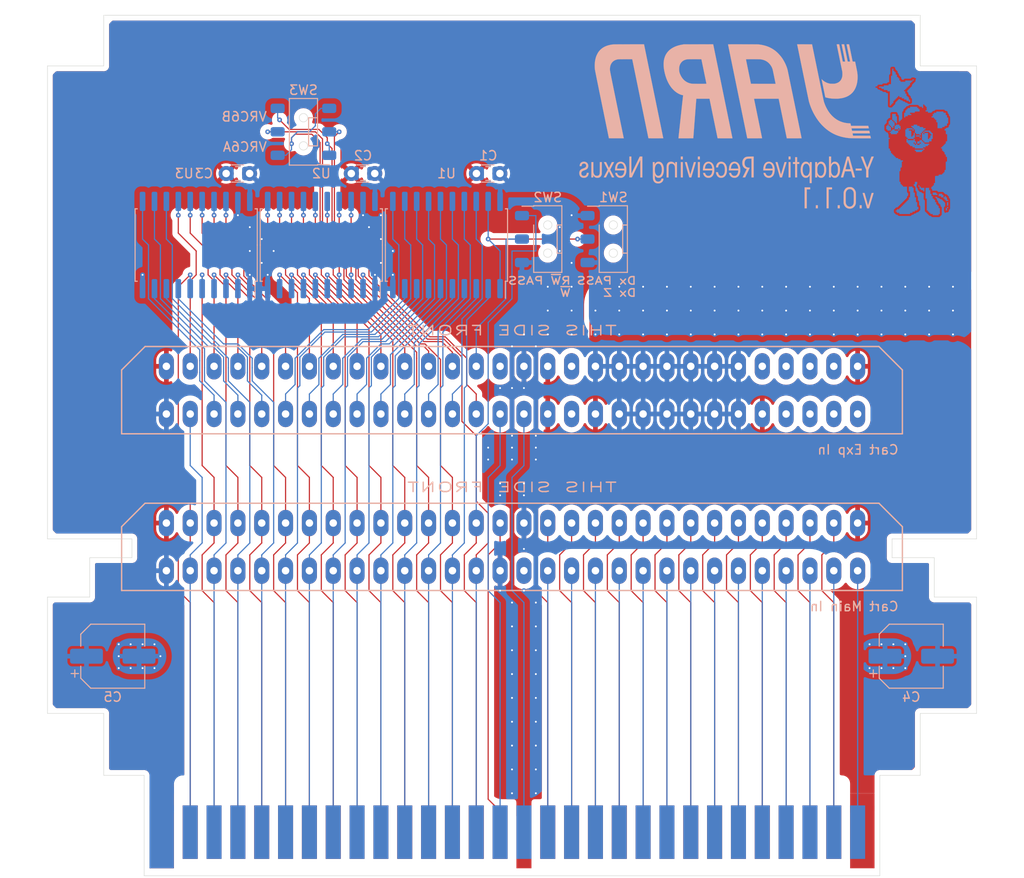
<source format=kicad_pcb>
(kicad_pcb (version 20211014) (generator pcbnew)
  (title_block (title "Y-Adaptive Receiving Nexus") (date "2023-03-01") (rev "v.0.1.1") (company "Persune") (comment 1 "Designed for FC"))
  (layers (0 "F.Cu" mixed) (31 "B.Cu" mixed) (34 "B.Paste" user) (35 "F.Paste" user) (36 "B.SilkS" user "B.Silkscreen") (37 "F.SilkS" user "F.Silkscreen") (38 "B.Mask" user) (39 "F.Mask" user) (44 "Edge.Cuts" user))
  (net 0 "")
  (net 1 "GND")
  (net 2 "/CPU_A11")
  (net 3 "/CPU_A10")
  (net 4 "/CPU_A9")
  (net 5 "/CPU_A8")
  (net 6 "/CPU_A7")
  (net 7 "/CPU_A6")
  (net 8 "/CPU_A5")
  (net 9 "/CPU_A4")
  (net 10 "/CPU_A3")
  (net 11 "/CPU_A2")
  (net 12 "/CPU_A1")
  (net 13 "/CPU_A0")
  (net 14 "/CPU_R~{W}")
  (net 15 "/~{IRQ}")
  (net 16 "/PPU_~{RD}")
  (net 17 "/CIRAM_A10")
  (net 18 "/PPU_A6")
  (net 19 "/PPU_A5")
  (net 20 "/PPU_A4")
  (net 21 "/PPU_A3")
  (net 22 "/PPU_A2")
  (net 23 "/PPU_A1")
  (net 24 "/PPU_A0")
  (net 25 "/PPU_D0")
  (net 26 "/PPU_D1")
  (net 27 "/PPU_D2")
  (net 28 "/PPU_D3")
  (net 29 "VCC")
  (net 30 "/M2")
  (net 31 "/CPU_A12")
  (net 32 "/CPU_A13")
  (net 33 "/CPU_A14")
  (net 34 "/CPU_D7")
  (net 35 "/CPU_D6")
  (net 36 "/CPU_D5")
  (net 37 "/CPU_D4")
  (net 38 "/CPU_D3")
  (net 39 "/CPU_D2")
  (net 40 "/CPU_D1")
  (net 41 "/CPU_D0")
  (net 42 "/~{ROMSEL}")
  (net 43 "/AUD_2A03")
  (net 44 "/AUD_RF")
  (net 45 "/PPU_~{W}R")
  (net 46 "/CIRAM_~{CE}")
  (net 47 "/PPU_~{A13}")
  (net 48 "/PPU_A7")
  (net 49 "/PPU_A8")
  (net 50 "/PPU_A9")
  (net 51 "/PPU_A10")
  (net 52 "/PPU_A11")
  (net 53 "/PPU_A12")
  (net 54 "/PPU_A13")
  (net 55 "/PPU_D7")
  (net 56 "/PPU_D6")
  (net 57 "/PPU_D5")
  (net 58 "/PPU_D4")
  (net 71 "/S_~{CE}")
  (net 72 "/S_CPU_D0")
  (net 73 "/S_CPU_D2")
  (net 74 "/S_CPU_D4")
  (net 75 "/S_CPU_D6")
  (net 76 "/S_CPU_D7")
  (net 77 "/S_CPU_D5")
  (net 78 "/S_CPU_D3")
  (net 79 "/S_CPU_D1")
  (net 80 "/S_CPU_A2")
  (net 81 "/S_CPU_A1")
  (net 82 "/S_CPU_A0")
  (net 83 "/S_CPU_R~{W}")
  (net 84 "/S_CPU_A7")
  (net 85 "/S_CPU_A6")
  (net 86 "/S_CPU_A5")
  (net 87 "/S_CPU_A4")
  (net 88 "/S_CPU_A3")
  (net 89 "/S_~{ROMSEL}")
  (net 90 "/S_CPU_A14")
  (net 91 "/S_CPU_A13")
  (net 92 "/S_CPU_A12")
  (net 93 "/S_CPU_A11")
  (net 94 "/S_CPU_A10")
  (net 95 "/S_CPU_A9")
  (net 96 "/S_CPU_A8")
  (net 97 "/CPU_A0_V")
  (net 98 "/CPU_A1_V")
  (footprint "YARN:HVC-ETROM-01" (layer "F.Cu") (at 127 127)
    (fp_text reference "J1")
    (fp_text value "Cart System Out")
  )
  (footprint "Capacitor_SMD:CP_Elec_6.3x5.4" (layer "B.Cu") (at 84.455 114.3)
    (fp_text reference "C5")
    (fp_text value "100uF")
  )
  (footprint "YARN:FC_CONN_F" (layer "B.Cu") (at 127 102.65)
    (fp_text reference "J2")
    (fp_text value "Cart Main In")
  )
  (footprint "YARN:FC_CONN_F" (layer "B.Cu") (at 127 85.95)
    (fp_text reference "J3")
    (fp_text value "Cart Exp In")
  )
  (footprint "YARN:SK-3390A-L0" (layer "B.Cu") (at 137.795 69.85 -90)
    (fp_text reference "SW1")
    (fp_text value "SW_SPDT")
    (fp_circle (center 1.5 0) (end 1.95 0) (layer "Edge.Cuts") (width 0.05) (fill none))
    (fp_circle (center -1.5 0) (end -1.05 0) (layer "Edge.Cuts") (width 0.05) (fill none))
  )
  (footprint "YARN:C_Disc-0805_D3.0mm_W1.6mm_P2.50mm" (layer "B.Cu") (at 124.46 62.865 180)
    (fp_text reference "C1")
    (fp_text value "0.1uF")
  )
  (footprint "Package_SO:SOIC-20W_7.5x12.8mm_P1.27mm" (layer "B.Cu") (at 120.015 70.485 90)
    (fp_text reference "U1")
    (fp_text value "74HC541")
  )
  (footprint "YARN:SS-3390S-L0" (layer "B.Cu") (at 104.775 58.42 90)
    (fp_text reference "SW3")
    (fp_text value "SW_DPDT_x2")
    (fp_circle (center 1.5 0) (end 1.95 0) (layer "Edge.Cuts") (width 0.05) (fill none))
    (fp_circle (center -1.5 0) (end -1.05 0) (layer "Edge.Cuts") (width 0.05) (fill none))
  )
  (footprint "YARN:C_Disc-0805_D3.0mm_W1.6mm_P2.50mm" (layer "B.Cu") (at 111.125 62.865 180)
    (fp_text reference "C2")
    (fp_text value "0.1uF")
  )
  (footprint "Package_SO:SOIC-20W_7.5x12.8mm_P1.27mm" (layer "B.Cu") (at 93.345 70.485 90)
    (fp_text reference "U3")
    (fp_text value "74HC541")
  )
  (footprint "Package_SO:SOIC-20W_7.5x12.8mm_P1.27mm" (layer "B.Cu") (at 106.68 70.485 90)
    (fp_text reference "U2")
    (fp_text value "74HC541")
  )
  (footprint "Capacitor_SMD:CP_Elec_6.3x5.4" (layer "B.Cu") (at 169.545 114.3)
    (fp_text reference "C4")
    (fp_text value "100uF")
  )
  (footprint "YARN:C_Disc-0805_D3.0mm_W1.6mm_P2.50mm" (layer "B.Cu") (at 97.79 62.865 180)
    (fp_text reference "C3")
    (fp_text value "0.1uF")
  )
  (footprint "YARN:SK-3390A-L0" (layer "B.Cu") (at 130.81 69.85 -90)
    (fp_text reference "SW2")
    (fp_text value "SW_SPDT")
    (fp_circle (center -1.5 0) (end -1.05 0) (layer "Edge.Cuts") (width 0.05) (fill none))
    (fp_circle (center 1.5 0) (end 1.95 0) (layer "Edge.Cuts") (width 0.05) (fill none))
  )
  (footprint "YARN:YARN logo" (layer "B.Cu") (at 149.86 57.785 180)
    (fp_text reference "LOGO-2" hide)
    (fp_text value "YARN" hide)
  )
  (footprint "YARN:dagga_star_yoeynsf" (layer "B.Cu") (at 169.545 59.69 180)
    (fp_text reference "LOGO-1" hide)
    (fp_text value "dagga_star_yoeynsf" hide)
  )
  (gr_line (start 167.5 103.8) (end 167.5 101.8) (layer "Edge.Cuts") (width 0.05))
  (gr_line (start 176.5 120.4) (end 176.5 108) (layer "Edge.Cuts") (width 0.05))
  (gr_line (start 83.5 120.4) (end 83.5 127) (layer "Edge.Cuts") (width 0.05))
  (gr_line (start 77.5 51.4) (end 77.5 101.8) (layer "Edge.Cuts") (width 0.05))
  (gr_line (start 82 108) (end 77.5 108) (layer "Edge.Cuts") (width 0.05))
  (gr_line (start 170.5 127) (end 170.5 120.4) (layer "Edge.Cuts") (width 0.05))
  (gr_line (start 172 108) (end 172 103.8) (layer "Edge.Cuts") (width 0.05))
  (gr_line (start 176.5 101.8) (end 176.5 51.4) (layer "Edge.Cuts") (width 0.05))
  (gr_line (start 172 103.8) (end 167.5 103.8) (layer "Edge.Cuts") (width 0.05))
  (gr_line (start 170.5 46) (end 83.5 46) (layer "Edge.Cuts") (width 0.05))
  (gr_line (start 77.5 101.8) (end 86.5 101.8) (layer "Edge.Cuts") (width 0.05))
  (gr_line (start 176.5 108) (end 172 108) (layer "Edge.Cuts") (width 0.05))
  (gr_line (start 83.5 127) (end 87.8 127) (layer "Edge.Cuts") (width 0.05))
  (gr_line (start 166.2 137.7) (end 166.2 127) (layer "Edge.Cuts") (width 0.05))
  (gr_line (start 87.8 137.7) (end 166.2 137.7) (layer "Edge.Cuts") (width 0.05))
  (gr_line (start 83.5 46) (end 83.5 51.4) (layer "Edge.Cuts") (width 0.05))
  (gr_line (start 170.5 51.4) (end 170.5 46) (layer "Edge.Cuts") (width 0.05))
  (gr_line (start 86.5 103.8) (end 82 103.8) (layer "Edge.Cuts") (width 0.05))
  (gr_line (start 170.5 120.4) (end 176.5 120.4) (layer "Edge.Cuts") (width 0.05))
  (gr_line (start 77.5 108) (end 77.5 120.4) (layer "Edge.Cuts") (width 0.05))
  (gr_line (start 166.2 127) (end 170.5 127) (layer "Edge.Cuts") (width 0.05))
  (gr_line (start 86.5 101.8) (end 86.5 103.8) (layer "Edge.Cuts") (width 0.05))
  (gr_line (start 77.5 120.4) (end 83.5 120.4) (layer "Edge.Cuts") (width 0.05))
  (gr_line (start 167.5 101.8) (end 176.5 101.8) (layer "Edge.Cuts") (width 0.05))
  (gr_line (start 176.5 51.4) (end 170.5 51.4) (layer "Edge.Cuts") (width 0.05))
  (gr_line (start 82 103.8) (end 82 108) (layer "Edge.Cuts") (width 0.05))
  (gr_line (start 87.8 127) (end 87.8 137.7) (layer "Edge.Cuts") (width 0.05))
  (gr_line (start 83.5 51.4) (end 77.5 51.4) (layer "Edge.Cuts") (width 0.05))
  (gr_text "VRC6B\n\nVRC6A" (at 100.965 58.42) (layer "B.SilkS") (effects (font (size 1 1)) (justify left mirror)))
  (gr_text "R~{W} PASS\n~{W}" (at 133.35 74.93) (layer "B.SilkS") (effects (font (size 0.8 1)) (justify left mirror)))
  (gr_text "Dx PASS\nDx Z" (at 140.335 74.93) (layer "B.SilkS") (effects (font (size 0.8 1)) (justify left mirror)))
  (segment (start 129.54 81.28) (end 129.54 90.805) (width 0.5) (layer "F.Cu") (net 1))
  (segment (start 127 98.425) (end 127 106.68) (width 0.5) (layer "F.Cu") (net 1))
  (segment (start 127 85.725) (end 127 81.28) (width 0.5) (layer "F.Cu") (net 1))
  (segment (start 127 85.725) (end 127 90.805) (width 0.5) (layer "F.Cu") (net 1))
  (segment (start 129.54 98.425) (end 129.54 101.6) (width 0.5) (layer "F.Cu") (net 1))
  (via (at 111.76 68.58) (size 0.5) (drill 0.2) (layers "F.Cu" "B.Cu") (net 1))
  (via (at 114.3 73.66) (size 0.5) (drill 0.2) (layers "F.Cu" "B.Cu") (net 1))
  (via (at 87.63 73.66) (size 0.5) (drill 0.2) (layers "F.Cu" "B.Cu") (net 1))
  (via (at 128.27 107.315) (size 0.5) (drill 0.2) (layers "F.Cu" "B.Cu") (net 1))
  (via (at 128.27 97.155) (size 0.5) (drill 0.2) (layers "F.Cu" "B.Cu") (net 1))
  (via (at 101.6 71.12) (size 0.5) (drill 0.2) (layers "F.Cu" "B.Cu") (net 1))
  (via (at 127 93.345) (size 0.5) (drill 0.2) (layers "F.Cu" "B.Cu") (net 1))
  (via (at 127 90.805) (size 0.5) (drill 0.2) (layers "F.Cu" "B.Cu") (net 1))
  (via (at 127 126.365) (size 0.5) (drill 0.2) (layers "F.Cu" "B.Cu") (net 1))
  (via (at 129.54 81.28) (size 0.5) (drill 0.2) (layers "F.Cu" "B.Cu") (net 1))
  (via (at 125.73 95.885) (size 0.5) (drill 0.2) (layers "F.Cu" "B.Cu") (net 1))
  (via (at 100.33 72.39) (size 0.5) (drill 0.2) (layers "F.Cu" "B.Cu") (net 1))
  (via (at 86.36 113.03) (size 0.5) (drill 0.2) (layers "F.Cu" "B.Cu") (net 1))
  (via (at 127 118.745) (size 0.5) (drill 0.2) (layers "F.Cu" "B.Cu") (net 1))
  (via (at 89.535 114.3) (size 0.5) (drill 0.2) (layers "F.Cu" "B.Cu") (net 1))
  (via (at 127 108.585) (size 0.5) (drill 0.2) (layers "F.Cu" "B.Cu") (net 1))
  (via (at 133.35 74.93) (size 0.5) (drill 0.2) (layers "F.Cu" "B.Cu") (net 1))
  (via (at 128.27 95.885) (size 0.5) (drill 0.2) (layers "F.Cu" "B.Cu") (net 1))
  (via (at 85.09 113.03) (size 0.5) (drill 0.2) (layers "F.Cu" "B.Cu") (net 1))
  (via (at 124.46 93.345) (size 0.5) (drill 0.2) (layers "F.Cu" "B.Cu") (net 1))
  (via (at 88.9 113.03) (size 0.5) (drill 0.2) (layers "F.Cu" "B.Cu") (net 1))
  (via (at 112.395 73.66) (size 0.5) (drill 0.2) (layers "F.Cu" "B.Cu") (net 1))
  (via (at 129.54 113.665) (size 0.5) (drill 0.2) (layers "F.Cu" "B.Cu") (net 1))
  (via (at 133.35 67.31) (size 0.5) (drill 0.2) (layers "F.Cu" "B.Cu") (net 1))
  (via (at 132.08 68.58) (size 0.5) (drill 0.2) (layers "F.Cu" "B.Cu") (net 1))
  (via (at 85.09 115.57) (size 0.5) (drill 0.2) (layers "F.Cu" "B.Cu") (net 1))
  (via (at 86.36 115.57) (size 0.5) (drill 0.2) (layers "F.Cu" "B.Cu") (net 1))
  (via (at 130.81 80.01) (size 0.5) (drill 0.2) (layers "F.Cu" "B.Cu") (net 1))
  (via (at 129.54 111.125) (size 0.5) (drill 0.2) (layers "F.Cu" "B.Cu") (net 1))
  (via (at 99.06 71.12) (size 0.5) (drill 0.2) (layers "F.Cu" "B.Cu") (net 1))
  (via (at 129.54 126.365) (size 0.5) (drill 0.2) (layers "F.Cu" "B.Cu") (net 1))
  (via (at 130.81 74.93) (size 0.5) (drill 0.2) (layers "F.Cu" "B.Cu") (net 1))
  (via (at 127 81.28) (size 0.5) (drill 0.2) (layers "F.Cu" "B.Cu") (net 1))
  (via (at 85.09 114.3) (size 0.5) (drill 0.2) (layers "F.Cu" "B.Cu") (net 1))
  (via (at 129.54 116.205) (size 0.5) (drill 0.2) (layers "F.Cu" "B.Cu") (net 1))
  (via (at 127 116.205) (size 0.5) (drill 0.2) (layers "F.Cu" "B.Cu") (net 1))
  (via (at 113.03 69.85) (size 0.5) (drill 0.2) (layers "F.Cu" "B.Cu") (net 1))
  (via (at 127 121.285) (size 0.5) (drill 0.2) (layers "F.Cu" "B.Cu") (net 1))
  (via (at 87.63 113.03) (size 0.5) (drill 0.2) (layers "F.Cu" "B.Cu") (net 1))
  (via (at 111.125 67.31) (size 0.5) (drill 0.2) (layers "F.Cu" "B.Cu") (net 1))
  (via (at 129.54 90.805) (size 0.5) (drill 0.2) (layers "F.Cu" "B.Cu") (net 1))
  (via (at 133.35 72.39) (size 0.5) (drill 0.2) (layers "F.Cu" "B.Cu") (net 1))
  (via (at 129.54 108.585) (size 0.5) (drill 0.2) (layers "F.Cu" "B.Cu") (net 1))
  (via (at 128.27 85.725) (size 0.5) (drill 0.2) (layers "F.Cu" "B.Cu") (net 1))
  (via (at 127 123.825) (size 0.5) (drill 0.2) (layers "F.Cu" "B.Cu") (net 1))
  (via (at 127 111.125) (size 0.5) (drill 0.2) (layers "F.Cu" "B.Cu") (net 1))
  (via (at 113.03 67.31) (size 0.5) (drill 0.2) (layers "F.Cu" "B.Cu") (net 1))
  (via (at 124.46 92.075) (size 0.5) (drill 0.2) (layers "F.Cu" "B.Cu") (net 1))
  (via (at 99.06 73.66) (size 0.5) (drill 0.2) (layers "F.Cu" "B.Cu") (net 1))
  (via (at 99.06 68.58) (size 0.5) (drill 0.2) (layers "F.Cu" "B.Cu") (net 1))
  (via (at 97.79 67.31) (size 0.5) (drill 0.2) (layers "F.Cu" "B.Cu") (net 1))
  (via (at 125.73 107.315) (size 0.5) (drill 0.2) (layers "F.Cu" "B.Cu") (net 1))
  (via (at 133.35 77.47) (size 0.5) (drill 0.2) (layers "F.Cu" "B.Cu") (net 1))
  (via (at 128.27 80.01) (size 0.5) (drill 0.2) (layers "F.Cu" "B.Cu") (net 1))
  (via (at 127 113.665) (size 0.5) (drill 0.2) (layers "F.Cu" "B.Cu") (net 1))
  (via (at 100.965 73.66) (size 0.5) (drill 0.2) (layers "F.Cu" "B.Cu") (net 1))
  (via (at 125.73 85.725) (size 0.5) (drill 0.2) (layers "F.Cu" "B.Cu") (net 1))
  (via (at 132.08 71.12) (size 0.5) (drill 0.2) (layers "F.Cu" "B.Cu") (net 1))
  (via (at 129.54 118.745) (size 0.5) (drill 0.2) (layers "F.Cu" "B.Cu") (net 1))
  (via (at 87.63 115.57) (size 0.5) (drill 0.2) (layers "F.Cu" "B.Cu") (net 1))
  (via (at 129.54 128.905) (size 0.5) (drill 0.2) (layers "F.Cu" "B.Cu") (net 1))
  (via (at 125.73 97.155) (size 0.5) (drill 0.2) (layers "F.Cu" "B.Cu") (net 1))
  (via (at 114.3 71.12) (size 0.5) (drill 0.2) (layers "F.Cu" "B.Cu") (net 1))
  (via (at 127 92.075) (size 0.5) (drill 0.2) (layers "F.Cu" "B.Cu") (net 1))
  (via (at 133.35 80.01) (size 0.5) (drill 0.2) (layers "F.Cu" "B.Cu") (net 1))
  (via (at 127 85.725) (size 0.5) (drill 0.2) (layers "F.Cu" "B.Cu") (net 1))
  (via (at 129.54 121.285) (size 0.5) (drill 0.2) (layers "F.Cu" "B.Cu") (net 1))
  (via (at 128.27 102.87) (size 0.5) (drill 0.2) (layers "F.Cu" "B.Cu") (net 1))
  (via (at 129.54 93.345) (size 0.5) (drill 0.2) (layers "F.Cu" "B.Cu") (net 1))
  (via (at 113.03 72.39) (size 0.5) (drill 0.2) (layers "F.Cu" "B.Cu") (net 1))
  (via (at 130.81 77.47) (size 0.5) (drill 0.2) (layers "F.Cu" "B.Cu") (net 1))
  (via (at 127 128.905) (size 0.5) (drill 0.2) (layers "F.Cu" "B.Cu") (net 1))
  (via (at 100.33 69.85) (size 0.5) (drill 0.2) (layers "F.Cu" "B.Cu") (net 1))
  (via (at 129.54 123.825) (size 0.5) (drill 0.2) (layers "F.Cu" "B.Cu") (net 1))
  (via (at 88.9 115.57) (size 0.5) (drill 0.2) (layers "F.Cu" "B.Cu") (net 1))
  (via (at 129.54 92.075) (size 0.5) (drill 0.2) (layers "F.Cu" "B.Cu") (net 1))
  (segment (start 114.3 75.135) (end 114.3 73.66) (width 0.5) (layer "B.Cu") (net 1))
  (segment (start 127 85.725) (end 127 81.28) (width 0.5) (layer "B.Cu") (net 1))
  (segment (start 87.63 75.135) (end 87.63 73.66) (width 0.5) (layer "B.Cu") (net 1))
  (segment (start 129.54 108.585) (end 129.54 81.28) (width 0.5) (layer "B.Cu") (net 1))
  (segment (start 127 85.725) (end 127 90.805) (width 0.5) (layer "B.Cu") (net 1))
  (segment (start 91.44 81.915) (end 91.44 93.98) (width 0.127) (layer "F.Cu") (net 2))
  (segment (start 92.71 95.25) (end 92.71 100.11) (width 0.127) (layer "F.Cu") (net 2))
  (segment (start 92.71 102.235) (end 92.71 100.11) (width 0.127) (layer "F.Cu") (net 2))
  (segment (start 91.44 103.505) (end 92.71 102.235) (width 0.127) (layer "F.Cu") (net 2))
  (segment (start 91.44 107.315) (end 91.44 103.505) (width 0.127) (layer "F.Cu") (net 2))
  (segment (start 92.71 108.585) (end 91.44 107.315) (width 0.127) (layer "F.Cu") (net 2))
  (segment (start 91.44 93.98) (end 92.71 95.25) (width 0.127) (layer "F.Cu") (net 2))
  (segment (start 91.44 74.93) (end 91.44 81.915) (width 0.127) (layer "F.Cu") (net 2))
  (segment (start 92.075 74.295) (end 91.44 74.93) (width 0.127) (layer "F.Cu") (net 2))
  (segment (start 92.71 73.66) (end 92.075 74.295) (width 0.127) (layer "F.Cu") (net 2))
  (segment (start 92.71 133.05) (end 92.71 108.585) (width 0.127) (layer "F.Cu") (net 2))
  (via (at 92.71 73.66) (size 0.5) (drill 0.2) (layers "F.Cu" "B.Cu") (net 2))
  (segment (start 92.71 75.135) (end 92.71 73.66) (width 0.127) (layer "B.Cu") (net 2))
  (segment (start 93.98 93.98) (end 95.25 95.25) (width 0.127) (layer "F.Cu") (net 3))
  (segment (start 95.25 108.585) (end 95.25 133.05) (width 0.127) (layer "F.Cu") (net 3))
  (segment (start 93.98 103.505) (end 93.98 107.315) (width 0.127) (layer "F.Cu") (net 3))
  (segment (start 93.98 73.66) (end 93.98 81.915) (width 0.127) (layer "F.Cu") (net 3))
  (segment (start 95.25 100.11) (end 95.25 102.235) (width 0.127) (layer "F.Cu") (net 3))
  (segment (start 95.25 95.25) (end 95.25 100.11) (width 0.127) (layer "F.Cu") (net 3))
  (segment (start 93.98 107.315) (end 95.25 108.585) (width 0.127) (layer "F.Cu") (net 3))
  (segment (start 95.25 102.235) (end 93.98 103.505) (width 0.127) (layer "F.Cu") (net 3))
  (segment (start 93.98 81.915) (end 93.98 93.98) (width 0.127) (layer "F.Cu") (net 3))
  (via (at 93.98 73.66) (size 0.5) (drill 0.2) (layers "F.Cu" "B.Cu") (net 3))
  (segment (start 93.98 75.135) (end 93.98 73.66) (width 0.127) (layer "B.Cu") (net 3))
  (segment (start 96.52 103.505) (end 97.79 102.235) (width 0.127) (layer "F.Cu") (net 4))
  (segment (start 97.79 133.05) (end 97.79 108.585) (width 0.127) (layer "F.Cu") (net 4))
  (segment (start 97.79 108.585) (end 96.52 107.315) (width 0.127) (layer "F.Cu") (net 4))
  (segment (start 96.52 93.98) (end 97.79 95.25) (width 0.127) (layer "F.Cu") (net 4))
  (segment (start 96.52 81.915) (end 96.52 93.98) (width 0.127) (layer "F.Cu") (net 4))
  (segment (start 95.25 73.66) (end 95.885 74.295) (width 0.127) (layer "F.Cu") (net 4))
  (segment (start 96.52 107.315) (end 96.52 103.505) (width 0.127) (layer "F.Cu") (net 4))
  (segment (start 97.79 102.235) (end 97.79 100.11) (width 0.127) (layer "F.Cu") (net 4))
  (segment (start 97.79 95.25) (end 97.79 100.11) (width 0.127) (layer "F.Cu") (net 4))
  (segment (start 95.885 74.295) (end 96.52 74.93) (width 0.127) (layer "F.Cu") (net 4))
  (segment (start 96.52 74.93) (end 96.52 81.915) (width 0.127) (layer "F.Cu") (net 4))
  (via (at 95.25 73.66) (size 0.5) (drill 0.2) (layers "F.Cu" "B.Cu") (net 4))
  (segment (start 95.25 75.135) (end 95.25 73.66) (width 0.127) (layer "B.Cu") (net 4))
  (segment (start 97.155 74.295) (end 99.06 76.2) (width 0.127) (layer "F.Cu") (net 5))
  (segment (start 100.33 108.585) (end 99.06 107.315) (width 0.127) (layer "F.Cu") (net 5))
  (segment (start 99.06 107.315) (end 99.06 103.505) (width 0.127) (layer "F.Cu") (net 5))
  (segment (start 99.06 103.505) (end 100.33 102.235) (width 0.127) (layer "F.Cu") (net 5))
  (segment (start 96.52 73.66) (end 97.155 74.295) (width 0.127) (layer "F.Cu") (net 5))
  (segment (start 100.33 133.05) (end 100.33 108.585) (width 0.127) (layer "F.Cu") (net 5))
  (segment (start 99.06 81.915) (end 99.06 93.98) (width 0.127) (layer "F.Cu") (net 5))
  (segment (start 100.33 95.25) (end 100.33 100.11) (width 0.127) (layer "F.Cu") (net 5))
  (segment (start 99.06 76.2) (end 99.06 81.915) (width 0.127) (layer "F.Cu") (net 5))
  (segment (start 100.33 102.235) (end 100.33 100.11) (width 0.127) (layer "F.Cu") (net 5))
  (segment (start 99.06 93.98) (end 100.33 95.25) (width 0.127) (layer "F.Cu") (net 5))
  (via (at 96.52 73.66) (size 0.5) (drill 0.2) (layers "F.Cu" "B.Cu") (net 5))
  (segment (start 96.52 75.135) (end 96.52 73.66) (width 0.127) (layer "B.Cu") (net 5))
  (segment (start 102.87 95.25) (end 102.87 100.11) (width 0.127) (layer "F.Cu") (net 6))
  (segment (start 101.6 107.315) (end 102.87 108.585) (width 0.127) (layer "F.Cu") (net 6))
  (segment (start 102.87 100.11) (end 102.87 102.235) (width 0.127) (layer "F.Cu") (net 6))
  (segment (start 101.6 103.505) (end 101.6 107.315) (width 0.127) (layer "F.Cu") (net 6))
  (segment (start 101.6 77.47) (end 101.6 81.915) (width 0.127) (layer "F.Cu") (net 6))
  (segment (start 98.425 74.295) (end 101.6 77.47) (width 0.127) (layer "F.Cu") (net 6))
  (segment (start 97.79 73.66) (end 98.425 74.295) (width 0.127) (layer "F.Cu") (net 6))
  (segment (start 101.6 93.98) (end 102.87 95.25) (width 0.127) (layer "F.Cu") (net 6))
  (segment (start 102.87 108.585) (end 102.87 133.05) (width 0.127) (layer "F.Cu") (net 6))
  (segment (start 102.87 102.235) (end 101.6 103.505) (width 0.127) (layer "F.Cu") (net 6))
  (segment (start 101.6 81.915) (end 101.6 93.98) (width 0.127) (layer "F.Cu") (net 6))
  (via (at 97.79 73.66) (size 0.5) (drill 0.2) (layers "F.Cu" "B.Cu") (net 6))
  (segment (start 97.79 75.135) (end 97.79 73.66) (width 0.127) (layer "B.Cu") (net 6))
  (segment (start 105.41 95.25) (end 105.41 100.11) (width 0.127) (layer "F.Cu") (net 7))
  (segment (start 105.41 108.585) (end 104.14 107.315) (width 0.127) (layer "F.Cu") (net 7))
  (segment (start 104.14 103.505) (end 105.41 102.235) (width 0.127) (layer "F.Cu") (net 7))
  (segment (start 105.41 133.05) (end 105.41 108.585) (width 0.127) (layer "F.Cu") (net 7))
  (segment (start 104.14 93.98) (end 105.41 95.25) (width 0.127) (layer "F.Cu") (net 7))
  (segment (start 104.14 81.915) (end 104.14 93.98) (width 0.127) (layer "F.Cu") (net 7))
  (segment (start 102.235 73.66) (end 102.87 74.295) (width 0.127) (layer "F.Cu") (net 7))
  (segment (start 104.14 75.565) (end 104.14 81.915) (width 0.127) (layer "F.Cu") (net 7))
  (segment (start 104.14 107.315) (end 104.14 103.505) (width 0.127) (layer "F.Cu") (net 7))
  (segment (start 102.87 74.295) (end 104.14 75.565) (width 0.127) (layer "F.Cu") (net 7))
  (segment (start 105.41 102.235) (end 105.41 100.11) (width 0.127) (layer "F.Cu") (net 7))
  (via (at 102.235 73.66) (size 0.5) (drill 0.2) (layers "F.Cu" "B.Cu") (net 7))
  (segment (start 102.235 75.135) (end 102.235 73.66) (width 0.127) (layer "B.Cu") (net 7))
  (segment (start 107.95 102.235) (end 106.68 103.505) (width 0.127) (layer "F.Cu") (net 8))
  (segment (start 107.95 108.585) (end 107.95 133.05) (width 0.127) (layer "F.Cu") (net 8))
  (segment (start 107.95 95.25) (end 107.95 100.11) (width 0.127) (layer "F.Cu") (net 8))
  (segment (start 106.68 76.835) (end 106.68 81.915) (width 0.127) (layer "F.Cu") (net 8))
  (segment (start 106.68 81.915) (end 106.68 93.98) (width 0.127) (layer "F.Cu") (net 8))
  (segment (start 106.68 107.315) (end 107.95 108.585) (width 0.127) (layer "F.Cu") (net 8))
  (segment (start 104.14 74.295) (end 106.68 76.835) (width 0.127) (layer "F.Cu") (net 8))
  (segment (start 106.68 103.505) (end 106.68 107.315) (width 0.127) (layer "F.Cu") (net 8))
  (segment (start 103.505 73.66) (end 104.14 74.295) (width 0.127) (layer "F.Cu") (net 8))
  (segment (start 106.68 93.98) (end 107.95 95.25) (width 0.127) (layer "F.Cu") (net 8))
  (segment (start 107.95 100.11) (end 107.95 102.235) (width 0.127) (layer "F.Cu") (net 8))
  (via (at 103.505 73.66) (size 0.5) (drill 0.2) (layers "F.Cu" "B.Cu") (net 8))
  (segment (start 103.505 75.135) (end 103.505 73.66) (width 0.127) (layer "B.Cu") (net 8))
  (segment (start 109.22 107.315) (end 109.22 103.505) (width 0.127) (layer "F.Cu") (net 9))
  (segment (start 104.775 73.66) (end 105.41 74.295) (width 0.127) (layer "F.Cu") (net 9))
  (segment (start 110.49 133.05) (end 110.49 108.585) (width 0.127) (layer "F.Cu") (net 9))
  (segment (start 110.49 95.25) (end 110.49 100.11) (width 0.127) (layer "F.Cu") (net 9))
  (segment (start 105.41 74.295) (end 109.22 78.105) (width 0.127) (layer "F.Cu") (net 9))
  (segment (start 109.22 81.915) (end 109.22 93.98) (width 0.127) (layer "F.Cu") (net 9))
  (segment (start 109.22 103.505) (end 110.49 102.235) (width 0.127) (layer "F.Cu") (net 9))
  (segment (start 110.49 108.585) (end 109.22 107.315) (width 0.127) (layer "F.Cu") (net 9))
  (segment (start 109.22 78.105) (end 109.22 81.915) (width 0.127) (layer "F.Cu") (net 9))
  (segment (start 110.49 102.235) (end 110.49 100.11) (width 0.127) (layer "F.Cu") (net 9))
  (segment (start 109.22 93.98) (end 110.49 95.25) (width 0.127) (layer "F.Cu") (net 9))
  (via (at 104.775 73.66) (size 0.5) (drill 0.2) (layers "F.Cu" "B.Cu") (net 9))
  (segment (start 104.775 75.135) (end 104.775 73.66) (width 0.127) (layer "B.Cu") (net 9))
  (segment (start 111.76 93.98) (end 111.76 81.915) (width 0.127) (layer "F.Cu") (net 10))
  (segment (start 113.03 95.25) (end 111.76 93.98) (width 0.127) (layer "F.Cu") (net 10))
  (segment (start 111.76 103.505) (end 111.76 107.315) (width 0.127) (layer "F.Cu") (net 10))
  (segment (start 111.76 107.315) (end 113.03 108.585) (width 0.127) (layer "F.Cu") (net 10))
  (segment (start 113.03 100.11) (end 113.03 95.25) (width 0.127) (layer "F.Cu") (net 10))
  (segment (start 113.03 100.11) (end 113.03 102.235) (width 0.127) (layer "F.Cu") (net 10))
  (segment (start 106.68 74.295) (end 106.045 73.66) (width 0.127) (layer "F.Cu") (net 10))
  (segment (start 113.03 108.585) (end 113.03 133.05) (width 0.127) (layer "F.Cu") (net 10))
  (segment (start 113.03 102.235) (end 111.76 103.505) (width 0.127) (layer "F.Cu") (net 10))
  (segment (start 111.76 79.375) (end 106.68 74.295) (width 0.127) (layer "F.Cu") (net 10))
  (segment (start 111.76 81.915) (end 111.76 79.375) (width 0.127) (layer "F.Cu") (net 10))
  (via (at 106.045 73.66) (size 0.5) (drill 0.2) (layers "F.Cu" "B.Cu") (net 10))
  (segment (start 106.045 75.135) (end 106.045 73.66) (width 0.127) (layer "B.Cu") (net 10))
  (segment (start 114.3 107.315) (end 114.3 103.505) (width 0.127) (layer "F.Cu") (net 11))
  (segment (start 114.3 80.645) (end 107.95 74.295) (width 0.127) (layer "F.Cu") (net 11))
  (segment (start 115.57 100.11) (end 115.57 95.25) (width 0.127) (layer "F.Cu") (net 11))
  (segment (start 114.3 103.505) (end 115.57 102.235) (width 0.127) (layer "F.Cu") (net 11))
  (segment (start 115.57 102.235) (end 115.57 100.11) (width 0.127) (layer "F.Cu") (net 11))
  (segment (start 114.3 93.98) (end 114.3 81.915) (width 0.127) (layer "F.Cu") (net 11))
  (segment (start 115.57 95.25) (end 114.3 93.98) (width 0.127) (layer "F.Cu") (net 11))
  (segment (start 114.3 81.915) (end 114.3 80.645) (width 0.127) (layer "F.Cu") (net 11))
  (segment (start 107.95 74.295) (end 107.315 73.66) (width 0.127) (layer "F.Cu") (net 11))
  (segment (start 115.57 133.05) (end 115.57 108.585) (width 0.127) (layer "F.Cu") (net 11))
  (segment (start 115.57 108.585) (end 114.3 107.315) (width 0.127) (layer "F.Cu") (net 11))
  (via (at 107.315 73.66) (size 0.5) (drill 0.2) (layers "F.Cu" "B.Cu") (net 11))
  (segment (start 107.315 73.66) (end 107.315 75.135) (width 0.127) (layer "B.Cu") (net 11))
  (segment (start 118.11 95.25) (end 116.84 93.98) (width 0.127) (layer "F.Cu") (net 12))
  (segment (start 106.807 59.182) (end 106.045 58.42) (width 0.127) (layer "F.Cu") (net 12))
  (segment (start 116.84 107.315) (end 118.11 108.585) (width 0.127) (layer "F.Cu") (net 12))
  (segment (start 118.11 108.585) (end 118.11 133.05) (width 0.127) (layer "F.Cu") (net 12))
  (segment (start 116.84 103.505) (end 116.84 107.315) (width 0.127) (layer "F.Cu") (net 12))
  (segment (start 109.093 74.168) (end 109.093 73.787) (width 0.127) (layer "F.Cu") (net 12))
  (segment (start 116.84 82.55) (end 116.84 81.915) (width 0.127) (layer "F.Cu") (net 12))
  (segment (start 106.045 58.42) (end 100.965 58.42) (width 0.127) (layer "F.Cu") (net 12))
  (segment (start 109.093 71.374) (end 106.807 69.088) (width 0.127) (layer "F.Cu") (net 12))
  (segment (start 116.84 93.98) (end 116.84 82.55) (width 0.127) (layer "F.Cu") (net 12))
  (segment (start 118.11 102.235) (end 116.84 103.505) (width 0.127) (layer "F.Cu") (net 12))
  (segment (start 106.807 69.088) (end 106.807 67.183) (width 0.127) (layer "F.Cu") (net 12))
  (segment (start 106.807 67.183) (end 106.807 59.182) (width 0.127) (layer "F.Cu") (net 12))
  (segment (start 109.093 73.787) (end 109.093 71.374) (width 0.127) (layer "F.Cu") (net 12))
  (segment (start 118.11 100.11) (end 118.11 102.235) (width 0.127) (layer "F.Cu") (net 12))
  (segment (start 116.84 81.915) (end 109.093 74.168) (width 0.127) (layer "F.Cu") (net 12))
  (segment (start 118.11 100.11) (end 118.11 95.25) (width 0.127) (layer "F.Cu") (net 12))
  (via (at 100.965 58.42) (size 0.5) (drill 0.2) (layers "F.Cu" "B.Cu") (net 12))
  (segment (start 102.025 58.42) (end 100.965 58.42) (width 0.127) (layer "B.Cu") (net 12))
  (segment (start 119.38 107.315) (end 119.38 103.505) (width 0.127) (layer "F.Cu") (net 13))
  (segment (start 108.077 69.088) (end 108.077 67.183) (width 0.127) (layer "F.Cu") (net 13))
  (segment (start 117.729 81.026) (end 117.221 81.026) (width 0.127) (layer "F.Cu") (net 13))
  (segment (start 120.65 100.11) (end 120.65 95.25) (width 0.127) (layer "F.Cu") (net 13))
  (segment (start 110.363 71.374) (end 108.077 69.088) (width 0.127) (layer "F.Cu") (net 13))
  (segment (start 120.65 133.05) (end 120.65 108.585) (width 0.127) (layer "F.Cu") (net 13))
  (segment (start 118.6815 81.9785) (end 117.729 81.026) (width 0.127) (layer "F.Cu") (net 13))
  (segment (start 117.221 81.026) (end 110.363 74.168) (width 0.127) (layer "F.Cu") (net 13))
  (segment (start 120.65 102.235) (end 120.65 100.11) (width 0.127) (layer "F.Cu") (net 13))
  (segment (start 119.38 103.505) (end 120.65 102.235) (width 0.127) (layer "F.Cu") (net 13))
  (segment (start 119.38 82.677) (end 118.6815 81.9785) (width 0.127) (layer "F.Cu") (net 13))
  (segment (start 119.38 93.98) (end 119.38 82.677) (width 0.127) (layer "F.Cu") (net 13))
  (segment (start 108.077 67.183) (end 108.077 58.928) (width 0.127) (layer "F.Cu") (net 13))
  (segment (start 110.363 74.168) (end 110.363 73.787) (width 0.127) (layer "F.Cu") (net 13))
  (segment (start 120.65 95.25) (end 119.38 93.98) (width 0.127) (layer "F.Cu") (net 13))
  (segment (start 110.363 73.787) (end 110.363 71.374) (width 0.127) (layer "F.Cu") (net 13))
  (segment (start 120.65 108.585) (end 119.38 107.315) (width 0.127) (layer "F.Cu") (net 13))
  (segment (start 108.077 58.928) (end 108.585 58.42) (width 0.127) (layer "F.Cu") (net 13))
  (via (at 108.585 58.42) (size 0.5) (drill 0.2) (layers "F.Cu" "B.Cu") (net 13))
  (segment (start 107.525 58.42) (end 108.585 58.42) (width 0.127) (layer "B.Cu") (net 13))
  (segment (start 121.92 107.315) (end 123.19 108.585) (width 0.127) (layer "F.Cu") (net 14))
  (segment (start 123.19 100.11) (end 123.19 102.235) (width 0.127) (layer "F.Cu") (net 14))
  (segment (start 121.92 103.505) (end 121.92 107.315) (width 0.127) (layer "F.Cu") (net 14))
  (segment (start 123.19 108.585) (end 123.19 133.05) (width 0.127) (layer "F.Cu") (net 14))
  (segment (start 123.19 102.235) (end 121.92 103.505) (width 0.127) (layer "F.Cu") (net 14))
  (segment (start 127 76.2) (end 127 72.39) (width 0.127) (layer "B.Cu") (net 14))
  (segment (start 127 71.12) (end 129.54 71.12) (width 0.127) (layer "B.Cu") (net 14))
  (segment (start 124.46 89.535) (end 124.46 78.74) (width 0.127) (layer "B.Cu") (net 14))
  (segment (start 124.46 78.74) (end 126.365 76.835) (width 0.127) (layer "B.Cu") (net 14))
  (segment (start 127 72.39) (end 127 71.12) (width 0.127) (layer "B.Cu") (net 14))
  (segment (start 129.54 71.12) (end 129.54 67.35) (width 0.127) (layer "B.Cu") (net 14))
  (segment (start 126.365 76.835) (end 127 76.2) (width 0.127) (layer "B.Cu") (net 14))
  (segment (start 129.54 67.35) (end 128.06 67.35) (width 0.127) (layer "B.Cu") (net 14))
  (segment (start 123.19 100.11) (end 123.19 90.805) (width 0.127) (layer "B.Cu") (net 14))
  (segment (start 123.19 90.805) (end 124.46 89.535) (width 0.127) (layer "B.Cu") (net 14))
  (segment (start 124.46 129.54) (end 124.46 103.505) (width 0.127) (layer "F.Cu") (net 15))
  (segment (start 125.73 130.81) (end 124.46 129.54) (width 0.127) (layer "F.Cu") (net 15))
  (segment (start 125.73 102.235) (end 125.73 100.11) (width 0.127) (layer "F.Cu") (net 15))
  (segment (start 124.46 103.505) (end 125.73 102.235) (width 0.127) (layer "F.Cu") (net 15))
  (segment (start 125.73 133.05) (end 125.73 130.81) (width 0.127) (layer "F.Cu") (net 15))
  (segment (start 130.81 108.585) (end 129.54 107.315) (width 0.127) (layer "F.Cu") (net 16))
  (segment (start 129.54 103.505) (end 130.81 102.235) (width 0.127) (layer "F.Cu") (net 16))
  (segment (start 130.81 102.235) (end 130.81 100.11) (width 0.127) (layer "F.Cu") (net 16))
  (segment (start 130.81 133.05) (end 130.81 108.585) (width 0.127) (layer "F.Cu") (net 16))
  (segment (start 129.54 107.315) (end 129.54 103.505) (width 0.127) (layer "F.Cu") (net 16))
  (segment (start 132.08 103.505) (end 132.08 107.315) (width 0.127) (layer "F.Cu") (net 17))
  (segment (start 133.35 108.585) (end 133.35 133.05) (width 0.127) (layer "F.Cu") (net 17))
  (segment (start 133.35 100.11) (end 133.35 102.235) (width 0.127) (layer "F.Cu") (net 17))
  (segment (start 133.35 102.235) (end 132.08 103.505) (width 0.127) (layer "F.Cu") (net 17))
  (segment (start 132.08 107.315) (end 133.35 108.585) (width 0.127) (layer "F.Cu") (net 17))
  (segment (start 135.89 108.585) (end 134.62 107.315) (width 0.127) (layer "F.Cu") (net 18))
  (segment (start 135.89 133.05) (end 135.89 108.585) (width 0.127) (layer "F.Cu") (net 18))
  (segment (start 134.62 107.315) (end 134.62 103.505) (width 0.127) (layer "F.Cu") (net 18))
  (segment (start 135.89 102.235) (end 135.89 100.11) (width 0.127) (layer "F.Cu") (net 18))
  (segment (start 134.62 103.505) (end 135.89 102.235) (width 0.127) (layer "F.Cu") (net 18))
  (segment (start 138.43 102.235) (end 137.16 103.505) (width 0.127) (layer "F.Cu") (net 19))
  (segment (start 137.16 107.315) (end 138.43 108.585) (width 0.127) (layer "F.Cu") (net 19))
  (segment (start 138.43 100.11) (end 138.43 102.235) (width 0.127) (layer "F.Cu") (net 19))
  (segment (start 137.16 103.505) (end 137.16 107.315) (width 0.127) (layer "F.Cu") (net 19))
  (segment (start 138.43 108.585) (end 138.43 133.05) (width 0.127) (layer "F.Cu") (net 19))
  (segment (start 140.97 108.585) (end 139.7 107.315) (width 0.127) (layer "F.Cu") (net 20))
  (segment (start 140.97 102.235) (end 140.97 100.11) (width 0.127) (layer "F.Cu") (net 20))
  (segment (start 139.7 103.505) (end 140.97 102.235) (width 0.127) (layer "F.Cu") (net 20))
  (segment (start 139.7 107.315) (end 139.7 103.505) (width 0.127) (layer "F.Cu") (net 20))
  (segment (start 140.97 133.05) (end 140.97 108.585) (width 0.127) (layer "F.Cu") (net 20))
  (segment (start 142.24 103.505) (end 142.24 107.315) (width 0.127) (layer "F.Cu") (net 21))
  (segment (start 143.51 108.585) (end 143.51 133.05) (width 0.127) (layer "F.Cu") (net 21))
  (segment (start 143.51 100.11) (end 143.51 102.235) (width 0.127) (layer "F.Cu") (net 21))
  (segment (start 142.24 107.315) (end 143.51 108.585) (width 0.127) (layer "F.Cu") (net 21))
  (segment (start 143.51 102.235) (end 142.24 103.505) (width 0.127) (layer "F.Cu") (net 21))
  (segment (start 146.05 108.585) (end 144.78 107.315) (width 0.127) (layer "F.Cu") (net 22))
  (segment (start 144.78 107.315) (end 144.78 103.505) (width 0.127) (layer "F.Cu") (net 22))
  (segment (start 146.05 133.05) (end 146.05 108.585) (width 0.127) (layer "F.Cu") (net 22))
  (segment (start 146.05 102.235) (end 146.05 100.11) (width 0.127) (layer "F.Cu") (net 22))
  (segment (start 144.78 103.505) (end 146.05 102.235) (width 0.127) (layer "F.Cu") (net 22))
  (segment (start 148.59 100.11) (end 148.59 102.235) (width 0.127) (layer "F.Cu") (net 23))
  (segment (start 148.59 108.585) (end 148.59 133.05) (width 0.127) (layer "F.Cu") (net 23))
  (segment (start 147.32 107.315) (end 148.59 108.585) (width 0.127) (layer "F.Cu") (net 23))
  (segment (start 147.32 103.505) (end 147.32 107.315) (width 0.127) (layer "F.Cu") (net 23))
  (segment (start 148.59 102.235) (end 147.32 103.505) (width 0.127) (layer "F.Cu") (net 23))
  (segment (start 149.86 103.505) (end 149.86 107.315) (width 0.127) (layer "F.Cu") (net 24))
  (segment (start 151.13 100.11) (end 151.13 102.235) (width 0.127) (layer "F.Cu") (net 24))
  (segment (start 151.13 102.235) (end 149.86 103.505) (width 0.127) (layer "F.Cu") (net 24))
  (segment (start 151.13 108.585) (end 151.13 133.05) (width 0.127) (layer "F.Cu") (net 24))
  (segment (start 149.86 107.315) (end 151.13 108.585) (width 0.127) (layer "F.Cu") (net 24))
  (segment (start 152.4 103.505) (end 153.67 102.235) (width 0.127) (layer "F.Cu") (net 25))
  (segment (start 153.67 133.05) (end 153.67 108.585) (width 0.127) (layer "F.Cu") (net 25))
  (segment (start 153.67 108.585) (end 152.4 107.315) (width 0.127) (layer "F.Cu") (net 25))
  (segment (start 153.67 102.235) (end 153.67 100.11) (width 0.127) (layer "F.Cu") (net 25))
  (segment (start 152.4 107.315) (end 152.4 103.505) (width 0.127) (layer "F.Cu") (net 25))
  (segment (start 156.21 108.585) (end 154.94 107.315) (width 0.127) (layer "F.Cu") (net 26))
  (segment (start 156.21 133.05) (end 156.21 108.585) (width 0.127) (layer "F.Cu") (net 26))
  (segment (start 154.94 103.505) (end 156.21 102.235) (width 0.127) (layer "F.Cu") (net 26))
  (segment (start 154.94 107.315) (end 154.94 103.505) (width 0.127) (layer "F.Cu") (net 26))
  (segment (start 156.21 102.235) (end 156.21 100.11) (width 0.127) (layer "F.Cu") (net 26))
  (segment (start 158.75 100.11) (end 158.75 102.235) (width 0.127) (layer "F.Cu") (net 27))
  (segment (start 157.48 103.505) (end 157.48 107.315) (width 0.127) (layer "F.Cu") (net 27))
  (segment (start 157.48 107.315) (end 158.75 108.585) (width 0.127) (layer "F.Cu") (net 27))
  (segment (start 158.75 102.235) (end 157.48 103.505) (width 0.127) (layer "F.Cu") (net 27))
  (segment (start 158.75 108.585) (end 158.75 133.05) (width 0.127) (layer "F.Cu") (net 27))
  (segment (start 160.02 107.315) (end 160.02 103.505) (width 0.127) (layer "F.Cu") (net 28))
  (segment (start 160.02 103.505) (end 161.29 102.235) (width 0.127) (layer "F.Cu") (net 28))
  (segment (start 161.29 102.235) (end 161.29 100.11) (width 0.127) (layer "F.Cu") (net 28))
  (segment (start 161.29 133.05) (end 161.29 108.585) (width 0.127) (layer "F.Cu") (net 28))
  (segment (start 161.29 108.585) (end 160.02 107.315) (width 0.127) (layer "F.Cu") (net 28))
  (via (at 138.43 74.93) (size 0.5) (drill 0.2) (layers "F.Cu" "B.Cu") (net 29))
  (via (at 148.59 74.93) (size 0.5) (drill 0.2) (layers "F.Cu" "B.Cu") (net 29))
  (via (at 173.99 74.93) (size 0.5) (drill 0.2) (layers "F.Cu" "B.Cu") (net 29))
  (via (at 163.83 80.01) (size 0.5) (drill 0.2) (layers "F.Cu" "B.Cu") (net 29))
  (via (at 161.29 77.47) (size 0.5) (drill 0.2) (layers "F.Cu" "B.Cu") (net 29))
  (via (at 171.45 80.01) (size 0.5) (drill 0.2) (layers "F.Cu" "B.Cu") (net 29))
  (via (at 156.21 80.01) (size 0.5) (drill 0.2) (layers "F.Cu" "B.Cu") (net 29))
  (via (at 173.99 77.47) (size 0.5) (drill 0.2) (layers "F.Cu" "B.Cu") (net 29))
  (via (at 168.91 113.03) (size 0.5) (drill 0.2) (layers "F.Cu" "B.Cu") (net 29))
  (via (at 143.51 80.01) (size 0.5) (drill 0.2) (layers "F.Cu" "B.Cu") (net 29))
  (via (at 158.75 80.01) (size 0.5) (drill 0.2) (layers "F.Cu" "B.Cu") (net 29))
  (via (at 165.1 113.03) (size 0.5) (drill 0.2) (layers "F.Cu" "B.Cu") (net 29))
  (via (at 146.05 80.01) (size 0.5) (drill 0.2) (layers "F.Cu" "B.Cu") (net 29))
  (via (at 151.13 77.47) (size 0.5) (drill 0.2) (layers "F.Cu" "B.Cu") (net 29))
  (via (at 156.21 77.47) (size 0.5) (drill 0.2) (layers "F.Cu" "B.Cu") (net 29))
  (via (at 173.99 80.01) (size 0.5) (drill 0.2) (layers "F.Cu" "B.Cu") (net 29))
  (via (at 168.91 77.47) (size 0.5) (drill 0.2) (layers "F.Cu" "B.Cu") (net 29))
  (via (at 140.97 80.01) (size 0.5) (drill 0.2) (layers "F.Cu" "B.Cu") (net 29))
  (via (at 165.1 115.57) (size 0.5) (drill 0.2) (layers "F.Cu" "B.Cu") (net 29))
  (via (at 143.51 77.47) (size 0.5) (drill 0.2) (layers "F.Cu" "B.Cu") (net 29))
  (via (at 146.05 77.47) (size 0.5) (drill 0.2) (layers "F.Cu" "B.Cu") (net 29))
  (via (at 171.45 77.47) (size 0.5) (drill 0.2) (layers "F.Cu" "B.Cu") (net 29))
  (via (at 168.91 74.93) (size 0.5) (drill 0.2) (layers "F.Cu" "B.Cu") (net 29))
  (via (at 135.89 80.01) (size 0.5) (drill 0.2) (layers "F.Cu" "B.Cu") (net 29))
  (via (at 168.91 115.57) (size 0.5) (drill 0.2) (layers "F.Cu" "B.Cu") (net 29))
  (via (at 138.43 80.01) (size 0.5) (drill 0.2) (layers "F.Cu" "B.Cu") (net 29))
  (via (at 148.59 80.01) (size 0.5) (drill 0.2) (layers "F.Cu" "B.Cu") (net 29))
  (via (at 166.37 77.47) (size 0.5) (drill 0.2) (layers "F.Cu" "B.Cu") (net 29))
  (via (at 151.13 80.01) (size 0.5) (drill 0.2) (layers "F.Cu" "B.Cu") (net 29))
  (via (at 140.97 74.93) (size 0.5) (drill 0.2) (layers "F.Cu" "B.Cu") (net 29))
  (via (at 168.91 114.3) (size 0.5) (drill 0.2) (layers "F.Cu" "B.Cu") (net 29))
  (via (at 151.13 74.93) (size 0.5) (drill 0.2) (layers "F.Cu" "B.Cu") (net 29))
  (via (at 156.21 74.93) (size 0.5) (drill 0.2) (layers "F.Cu" "B.Cu") (net 29))
  (via (at 163.83 77.47) (size 0.5) (drill 0.2) (layers "F.Cu" "B.Cu") (net 29))
  (via (at 166.37 80.01) (size 0.5) (drill 0.2) (layers "F.Cu" "B.Cu") (net 29))
  (via (at 161.29 74.93) (size 0.5) (drill 0.2) (layers "F.Cu" "B.Cu") (net 29))
  (via (at 138.43 77.47) (size 0.5) (drill 0.2) (layers "F.Cu" "B.Cu") (net 29))
  (via (at 158.75 77.47) (size 0.5) (drill 0.2) (layers "F.Cu" "B.Cu") (net 29))
  (via (at 167.64 115.57) (size 0.5) (drill 0.2) (layers "F.Cu" "B.Cu") (net 29))
  (via (at 166.37 113.03) (size 0.5) (drill 0.2) (layers "F.Cu" "B.Cu") (net 29))
  (via (at 153.67 74.93) (size 0.5) (drill 0.2) (layers "F.Cu" "B.Cu") (net 29))
  (via (at 168.91 80.01) (size 0.5) (drill 0.2) (layers "F.Cu" "B.Cu") (net 29))
  (via (at 171.45 74.93) (size 0.5) (drill 0.2) (layers "F.Cu" "B.Cu") (net 29))
  (via (at 153.67 77.47) (size 0.5) (drill 0.2) (layers "F.Cu" "B.Cu") (net 29))
  (via (at 148.59 77.47) (size 0.5) (drill 0.2) (layers "F.Cu" "B.Cu") (net 29))
  (via (at 161.29 80.01) (size 0.5) (drill 0.2) (layers "F.Cu" "B.Cu") (net 29))
  (via (at 143.51 74.93) (size 0.5) (drill 0.2) (layers "F.Cu" "B.Cu") (net 29))
  (via (at 158.75 74.93) (size 0.5) (drill 0.2) (layers "F.Cu" "B.Cu") (net 29))
  (via (at 140.97 77.47) (size 0.5) (drill 0.2) (layers "F.Cu" "B.Cu") (net 29))
  (via (at 146.05 74.93) (size 0.5) (drill 0.2) (layers "F.Cu" "B.Cu") (net 29))
  (via (at 163.83 74.93) (size 0.5) (drill 0.2) (layers "F.Cu" "B.Cu") (net 29))
  (via (at 135.89 77.47) (size 0.5) (drill 0.2) (layers "F.Cu" "B.Cu") (net 29))
  (via (at 167.64 113.03) (size 0.5) (drill 0.2) (layers "F.Cu" "B.Cu") (net 29))
  (via (at 166.37 115.57) (size 0.5) (drill 0.2) (layers "F.Cu" "B.Cu") (net 29))
  (via (at 166.37 74.93) (size 0.5) (drill 0.2) (layers "F.Cu" "B.Cu") (net 29))
  (via (at 153.67 80.01) (size 0.5) (drill 0.2) (layers "F.Cu" "B.Cu") (net 29))
  (segment (start 92.71 133.05) (end 92.71 105.19) (width 0.127) (layer "B.Cu") (net 30))
  (segment (start 92.71 103.505) (end 93.98 102.235) (width 0.127) (layer "B.Cu") (net 30))
  (segment (start 93.98 95.25) (end 92.71 93.98) (width 0.127) (layer "B.Cu") (net 30))
  (segment (start 92.71 105.19) (end 92.71 103.505) (width 0.127) (layer "B.Cu") (net 30))
  (segment (start 92.71 93.98) (end 92.71 88.49) (width 0.127) (layer "B.Cu") (net 30))
  (segment (start 93.98 102.235) (end 93.98 95.25) (width 0.127) (layer "B.Cu") (net 30))
  (segment (start 94.234 83.566) (end 94.234 82.296) (width 0.127) (layer "B.Cu") (net 31))
  (segment (start 94.234 81.534) (end 89.535 76.835) (width 0.127) (layer "B.Cu") (net 31))
  (segment (start 95.25 105.19) (end 95.25 103.505) (width 0.127) (layer "B.Cu") (net 31))
  (segment (start 95.25 133.05) (end 95.25 105.19) (width 0.127) (layer "B.Cu") (net 31))
  (segment (start 95.25 103.505) (end 96.52 102.235) (width 0.127) (layer "B.Cu") (net 31))
  (segment (start 96.52 87.249) (end 94.234 84.963) (width 0.127) (layer "B.Cu") (net 31))
  (segment (start 89.535 76.835) (end 88.9 76.2) (width 0.127) (layer "B.Cu") (net 31))
  (segment (start 96.52 102.235) (end 96.52 87.249) (width 0.127) (layer "B.Cu") (net 31))
  (segment (start 88.9 76.2) (end 88.9 75.135) (width 0.127) (layer "B.Cu") (net 31))
  (segment (start 94.234 84.963) (end 94.234 83.566) (width 0.127) (layer "B.Cu") (net 31))
  (segment (start 94.234 82.296) (end 94.234 81.534) (width 0.127) (layer "B.Cu") (net 31))
  (segment (start 96.774 84.963) (end 99.06 87.249) (width 0.127) (layer "B.Cu") (net 32))
  (segment (start 99.06 87.249) (end 99.06 102.235) (width 0.127) (layer "B.Cu") (net 32))
  (segment (start 97.79 133.05) (end 97.79 105.19) (width 0.127) (layer "B.Cu") (net 32))
  (segment (start 96.774 82.55) (end 96.774 83.566) (width 0.127) (layer "B.Cu") (net 32))
  (segment (start 96.774 83.566) (end 96.774 84.963) (width 0.127) (layer "B.Cu") (net 32))
  (segment (start 90.17 75.135) (end 90.17 76.2) (width 0.127) (layer "B.Cu") (net 32))
  (segment (start 90.805 76.835) (end 94.996 81.026) (width 0.127) (layer "B.Cu") (net 32))
  (segment (start 99.06 102.235) (end 97.79 103.505) (width 0.127) (layer "B.Cu") (net 32))
  (segment (start 95.25 81.026) (end 96.012 81.788) (width 0.127) (layer "B.Cu") (net 32))
  (segment (start 94.996 81.026) (end 95.25 81.026) (width 0.127) (layer "B.Cu") (net 32))
  (segment (start 96.012 81.788) (end 96.774 82.55) (width 0.127) (layer "B.Cu") (net 32))
  (segment (start 97.79 103.505) (end 97.79 105.19) (width 0.127) (layer "B.Cu") (net 32))
  (segment (start 90.17 76.2) (end 90.805 76.835) (width 0.127) (layer "B.Cu") (net 32))
  (segment (start 97.79 81.026) (end 98.552 81.788) (width 0.127) (layer "B.Cu") (net 33))
  (segment (start 92.075 76.835) (end 96.266 81.026) (width 0.127) (layer "B.Cu") (net 33))
  (segment (start 101.6 87.249) (end 101.6 102.235) (width 0.127) (layer "B.Cu") (net 33))
  (segment (start 101.6 102.235) (end 100.33 103.505) (width 0.127) (layer "B.Cu") (net 33))
  (segment (start 99.314 84.963) (end 101.6 87.249) (width 0.127) (layer "B.Cu") (net 33))
  (segment (start 100.33 133.05) (end 100.33 105.19) (width 0.127) (layer "B.Cu") (net 33))
  (segment (start 98.552 81.788) (end 99.314 82.55) (width 0.127) (layer "B.Cu") (net 33))
  (segment (start 99.314 83.566) (end 99.314 84.963) (width 0.127) (layer "B.Cu") (net 33))
  (segment (start 96.266 81.026) (end 97.79 81.026) (width 0.127) (layer "B.Cu") (net 33))
  (segment (start 100.33 103.505) (end 100.33 105.19) (width 0.127) (layer "B.Cu") (net 33))
  (segment (start 99.314 82.55) (end 99.314 83.566) (width 0.127) (layer "B.Cu") (net 33))
  (segment (start 91.44 75.135) (end 91.44 76.2) (width 0.127) (layer "B.Cu") (net 33))
  (segment (start 91.44 76.2) (end 92.075 76.835) (width 0.127) (layer "B.Cu") (net 33))
  (segment (start 104.394 85.471) (end 104.14 85.725) (width 0.127) (layer "B.Cu") (net 34))
  (segment (start 114.935 76.835) (end 112.014 79.756) (width 0.127) (layer "B.Cu") (net 34))
  (segment (start 104.8385 81.9785) (end 104.394 82.423) (width 0.127) (layer "B.Cu") (net 34))
  (segment (start 104.394 82.423) (end 104.394 85.471) (width 0.127) (layer "B.Cu") (net 34))
  (segment (start 115.57 76.2) (end 114.935 76.835) (width 0.127) (layer "B.Cu") (net 34))
  (segment (start 104.14 85.725) (end 104.14 102.235) (width 0.127) (layer "B.Cu") (net 34))
  (segment (start 115.57 75.135) (end 115.57 76.2) (width 0.127) (layer "B.Cu") (net 34))
  (segment (start 102.87 133.05) (end 102.87 105.19) (width 0.127) (layer "B.Cu") (net 34))
  (segment (start 104.14 102.235) (end 102.87 103.505) (width 0.127) (layer "B.Cu") (net 34))
  (segment (start 102.87 103.505) (end 102.87 105.19) (width 0.127) (layer "B.Cu") (net 34))
  (segment (start 112.014 79.756) (end 107.061 79.756) (width 0.127) (layer "B.Cu") (net 34))
  (segment (start 107.061 79.756) (end 104.8385 81.9785) (width 0.127) (layer "B.Cu") (net 34))
  (segment (start 105.41 133.05) (end 105.41 105.19) (width 0.127) (layer "B.Cu") (net 35))
  (segment (start 107.3785 81.9785) (end 106.934 82.423) (width 0.127) (layer "B.Cu") (net 35))
  (segment (start 106.934 85.471) (end 106.68 85.725) (width 0.127) (layer "B.Cu") (net 35))
  (segment (start 116.205 76.835) (end 112.776 80.264) (width 0.127) (layer "B.Cu") (net 35))
  (segment (start 106.68 102.235) (end 105.41 103.505) (width 0.127) (layer "B.Cu") (net 35))
  (segment (start 106.934 82.423) (end 106.934 85.471) (width 0.127) (layer "B.Cu") (net 35))
  (segment (start 116.84 75.135) (end 116.84 76.2) (width 0.127) (layer "B.Cu") (net 35))
  (segment (start 106.68 85.725) (end 106.68 102.235) (width 0.127) (layer "B.Cu") (net 35))
  (segment (start 105.41 103.505) (end 105.41 105.19) (width 0.127) (layer "B.Cu") (net 35))
  (segment (start 112.776 80.264) (end 109.093 80.264) (width 0.127) (layer "B.Cu") (net 35))
  (segment (start 116.84 76.2) (end 116.205 76.835) (width 0.127) (layer "B.Cu") (net 35))
  (segment (start 109.093 80.264) (end 107.3785 81.9785) (width 0.127) (layer "B.Cu") (net 35))
  (segment (start 109.474 85.471) (end 109.22 85.725) (width 0.127) (layer "B.Cu") (net 36))
  (segment (start 113.538 80.772) (end 111.125 80.772) (width 0.127) (layer "B.Cu") (net 36))
  (segment (start 107.95 133.05) (end 107.95 105.19) (width 0.127) (layer "B.Cu") (net 36))
  (segment (start 109.9185 81.9785) (end 109.474 82.423) (width 0.127) (layer "B.Cu") (net 36))
  (segment (start 109.474 82.423) (end 109.474 85.471) (width 0.127) (layer "B.Cu") (net 36))
  (segment (start 117.475 76.835) (end 113.538 80.772) (width 0.127) (layer "B.Cu") (net 36))
  (segment (start 109.22 85.725) (end 109.22 102.235) (width 0.127) (layer "B.Cu") (net 36))
  (segment (start 111.125 80.772) (end 109.9185 81.9785) (width 0.127) (layer "B.Cu") (net 36))
  (segment (start 118.11 76.2) (end 117.475 76.835) (width 0.127) (layer "B.Cu") (net 36))
  (segment (start 107.95 103.505) (end 107.95 105.19) (width 0.127) (layer "B.Cu") (net 36))
  (segment (start 118.11 75.135) (end 118.11 76.2) (width 0.127) (layer "B.Cu") (net 36))
  (segment (start 109.22 102.235) (end 107.95 103.505) (width 0.127) (layer "B.Cu") (net 36))
  (segment (start 119.38 76.2) (end 118.745 76.835) (width 0.127) (layer "B.Cu") (net 37))
  (segment (start 111.76 102.235) (end 110.49 103.505) (width 0.127) (layer "B.Cu") (net 37))
  (segment (start 114.3 81.28) (end 113.157 81.28) (width 0.127) (layer "B.Cu") (net 37))
  (segment (start 112.014 85.471) (end 111.76 85.725) (width 0.127) (layer "B.Cu") (net 37))
  (segment (start 110.49 103.505) (end 110.49 105.19) (width 0.127) (layer "B.Cu") (net 37))
  (segment (start 119.38 75.135) (end 119.38 76.2) (width 0.127) (layer "B.Cu") (net 37))
  (segment (start 112.014 82.423) (end 112.014 85.471) (width 0.127) (layer "B.Cu") (net 37))
  (segment (start 113.157 81.28) (end 112.4585 81.9785) (width 0.127) (layer "B.Cu") (net 37))
  (segment (start 112.4585 81.9785) (end 112.014 82.423) (width 0.127) (layer "B.Cu") (net 37))
  (segment (start 110.49 133.05) (end 110.49 105.19) (width 0.127) (layer "B.Cu") (net 37))
  (segment (start 111.76 85.725) (end 111.76 102.235) (width 0.127) (layer "B.Cu") (net 37))
  (segment (start 118.745 76.835) (end 114.3 81.28) (width 0.127) (layer "B.Cu") (net 37))
  (segment (start 120.65 75.135) (end 120.65 76.2) (width 0.127) (layer "B.Cu") (net 38))
  (segment (start 113.03 103.505) (end 113.03 105.19) (width 0.127) (layer "B.Cu") (net 38))
  (segment (start 114.554 82.296) (end 114.554 85.471) (width 0.127) (layer "B.Cu") (net 38))
  (segment (start 114.554 85.471) (end 114.3 85.725) (width 0.127) (layer "B.Cu") (net 38))
  (segment (start 113.03 133.05) (end 113.03 105.19) (width 0.127) (layer "B.Cu") (net 38))
  (segment (start 114.3 85.725) (end 114.3 102.235) (width 0.127) (layer "B.Cu") (net 38))
  (segment (start 114.935 81.915) (end 114.554 82.296) (width 0.127) (layer "B.Cu") (net 38))
  (segment (start 120.015 76.835) (end 114.935 81.915) (width 0.127) (layer "B.Cu") (net 38))
  (segment (start 114.3 102.235) (end 113.03 103.505) (width 0.127) (layer "B.Cu") (net 38))
  (segment (start 120.65 76.2) (end 120.015 76.835) (width 0.127) (layer "B.Cu") (net 38))
  (segment (start 117.094 81.661) (end 117.094 85.471) (width 0.127) (layer "B.Cu") (net 39))
  (segment (start 121.92 76.2) (end 121.285 76.835) (width 0.127) (layer "B.Cu") (net 39))
  (segment (start 116.84 102.235) (end 115.57 103.505) (width 0.127) (layer "B.Cu") (net 39))
  (segment (start 121.285 76.835) (end 117.094 81.026) (width 0.127) (layer "B.Cu") (net 39))
  (segment (start 116.84 85.725) (end 116.84 102.235) (width 0.127) (layer "B.Cu") (net 39))
  (segment (start 121.92 75.135) (end 121.92 76.2) (width 0.127) (layer "B.Cu") (net 39))
  (segment (start 115.57 133.05) (end 115.57 105.19) (width 0.127) (layer "B.Cu") (net 39))
  (segment (start 117.094 81.026) (end 117.094 81.661) (width 0.127) (layer "B.Cu") (net 39))
  (segment (start 117.094 85.471) (end 116.84 85.725) (width 0.127) (layer "B.Cu") (net 39))
  (segment (start 115.57 103.505) (end 115.57 105.19) (width 0.127) (layer "B.Cu") (net 39))
  (segment (start 119.38 85.725) (end 119.634 85.471) (width 0.127) (layer "B.Cu") (net 40))
  (segment (start 118.11 103.505) (end 119.38 102.235) (width 0.127) (layer "B.Cu") (net 40))
  (segment (start 122.555 76.835) (end 123.19 76.2) (width 0.127) (layer "B.Cu") (net 40))
  (segment (start 118.11 133.05) (end 118.11 105.19) (width 0.127) (layer "B.Cu") (net 40))
  (segment (start 119.634 85.471) (end 119.634 81.661) (width 0.127) (layer "B.Cu") (net 40))
  (segment (start 119.38 102.235) (end 119.38 85.725) (width 0.127) (layer "B.Cu") (net 40))
  (segment (start 119.634 81.661) (end 119.634 79.756) (width 0.127) (layer "B.Cu") (net 40))
  (segment (start 123.19 76.2) (end 123.19 75.135) (width 0.127) (layer "B.Cu") (net 40))
  (segment (start 119.634 79.756) (end 122.555 76.835) (width 0.127) (layer "B.Cu") (net 40))
  (segment (start 118.11 105.19) (end 118.11 103.505) (width 0.127) (layer "B.Cu") (net 40))
  (segment (start 121.92 102.235) (end 121.92 85.725) (width 0.127) (layer "B.Cu") (net 41))
  (segment (start 122.174 85.471) (end 122.174 81.661) (width 0.127) (layer "B.Cu") (net 41))
  (segment (start 121.92 85.725) (end 122.174 85.471) (width 0.127) (layer "B.Cu") (net 41))
  (segment (start 120.65 105.19) (end 120.65 103.505) (width 0.127) (layer "B.Cu") (net 41))
  (segment (start 122.174 78.486) (end 123.825 76.835) (width 0.127) (layer "B.Cu") (net 41))
  (segment (start 124.46 76.2) (end 124.46 75.135) (width 0.127) (layer "B.Cu") (net 41))
  (segment (start 120.65 103.505) (end 121.92 102.235) (width 0.127) (layer "B.Cu") (net 41))
  (segment (start 120.65 133.05) (end 120.65 105.19) (width 0.127) (layer "B.Cu") (net 41))
  (segment (start 122.174 81.661) (end 122.174 78.486) (width 0.127) (layer "B.Cu") (net 41))
  (segment (start 123.825 76.835) (end 124.46 76.2) (width 0.127) (layer "B.Cu") (net 41))
  (segment (start 123.19 105.19) (end 123.19 103.505) (width 0.127) (layer "F.Cu") (net 42))
  (segment (start 123.19 90.805) (end 121.666 89.281) (width 0.127) (layer "F.Cu") (net 42))
  (segment (start 124.46 102.235) (end 124.46 99.06) (width 0.127) (layer "F.Cu") (net 42))
  (segment (start 119.761 80.518) (end 117.983 80.518) (width 0.127) (layer "F.Cu") (net 42))
  (segment (start 117.983 80.518) (end 111.125 73.66) (width 0.127) (layer "F.Cu") (net 42))
  (segment (start 121.2215 81.9785) (end 119.761 80.518) (width 0.127) (layer "F.Cu") (net 42))
  (segment (start 121.666 82.423) (end 121.2215 81.9785) (width 0.127) (layer "F.Cu") (net 42))
  (segment (start 121.666 89.281) (end 121.666 82.423) (width 0.127) (layer "F.Cu") (net 42))
  (segment (start 123.19 103.505) (end 124.46 102.235) (width 0.127) (layer "F.Cu") (net 42))
  (segment (start 124.46 99.06) (end 123.19 97.79) (width 0.127) (layer "F.Cu") (net 42))
  (segment (start 123.19 97.79) (end 123.19 90.805) (width 0.127) (layer "F.Cu") (net 42))
  (via (at 111.125 73.66) (size 0.5) (drill 0.2) (layers "F.Cu" "B.Cu") (net 42))
  (segment (start 123.19 133.05) (end 123.19 105.19) (width 0.127) (layer "B.Cu") (net 42))
  (segment (start 111.125 75.135) (end 111.125 73.66) (width 0.127) (layer "B.Cu") (net 42))
  (segment (start 125.73 93.98) (end 124.46 95.25) (width 0.127) (layer "B.Cu") (net 43))
  (segment (start 124.46 107.315) (end 125.73 108.585) (width 0.127) (layer "B.Cu") (net 43))
  (segment (start 125.73 108.585) (end 125.73 133.05) (width 0.127) (layer "B.Cu") (net 43))
  (segment (start 125.73 88.49) (end 125.73 93.98) (width 0.127) (layer "B.Cu") (net 43))
  (segment (start 124.46 95.25) (end 124.46 107.315) (width 0.127) (layer "B.Cu") (net 43))
  (segment (start 128.27 133.05) (end 128.27 108.585) (width 0.127) (layer "B.Cu") (net 44))
  (segment (start 127 107.315) (end 127 95.25) (width 0.127) (layer "B.Cu") (net 44))
  (segment (start 128.27 93.98) (end 128.27 88.49) (width 0.127) (layer "B.Cu") (net 44))
  (segment (start 127 95.25) (end 128.27 93.98) (width 0.127) (layer "B.Cu") (net 44))
  (segment (start 128.27 108.585) (end 127 107.315) (width 0.127) (layer "B.Cu") (net 44))
  (segment (start 130.81 133.05) (end 130.81 105.19) (width 0.127) (layer "B.Cu") (net 45))
  (segment (start 133.35 133.05) (end 133.35 105.19) (width 0.127) (layer "B.Cu") (net 46))
  (segment (start 135.89 133.05) (end 135.89 105.19) (width 0.127) (layer "B.Cu") (net 47))
  (segment (start 138.43 133.05) (end 138.43 105.19) (width 0.127) (layer "B.Cu") (net 48))
  (segment (start 140.97 133.05) (end 140.97 105.19) (width 0.127) (layer "B.Cu") (net 49))
  (segment (start 143.51 133.05) (end 143.51 105.19) (width 0.127) (layer "B.Cu") (net 50))
  (segment (start 146.05 133.05) (end 146.05 105.19) (width 0.127) (layer "B.Cu") (net 51))
  (segment (start 148.59 133.05) (end 148.59 105.19) (width 0.127) (layer "B.Cu") (net 52))
  (segment (start 151.13 133.05) (end 151.13 105.19) (width 0.127) (layer "B.Cu") (net 53))
  (segment (start 153.67 133.05) (end 153.67 105.19) (width 0.127) (layer "B.Cu") (net 54))
  (segment (start 156.21 133.05) (end 156.21 105.19) (width 0.127) (layer "B.Cu") (net 55))
  (segment (start 158.75 133.05) (end 158.75 105.19) (width 0.127) (layer "B.Cu") (net 56))
  (segment (start 161.29 105.19) (end 161.29 133.05) (width 0.127) (layer "B.Cu") (net 57))
  (segment (start 163.83 133.05) (end 163.83 105.19) (width 0.127) (layer "B.Cu") (net 58))
  (segment (start 124.46 69.85) (end 133.985 69.85) (width 0.127) (layer "F.Cu") (net 71))
  (via (at 124.46 69.85) (size 0.5) (drill 0.2) (layers "F.Cu" "B.Cu") (net 71))
  (via (at 133.985 69.85) (size 0.5) (drill 0.2) (layers "F.Cu" "B.Cu") (net 71))
  (segment (start 124.46 69.85) (end 125.73 71.12) (width 0.127) (layer "B.Cu") (net 71))
  (segment (start 125.73 71.12) (end 125.73 75.135) (width 0.127) (layer "B.Cu") (net 71))
  (segment (start 135.045 69.85) (end 133.985 69.85) (width 0.127) (layer "B.Cu") (net 71))
  (segment (start 124.46 69.85) (end 124.46 65.835) (width 0.127) (layer "B.Cu") (net 71))
  (segment (start 123.19 69.85) (end 123.825 70.485) (width 0.127) (layer "B.Cu") (net 72))
  (segment (start 121.666 82.169) (end 121.666 85.344) (width 0.127) (layer "B.Cu") (net 72))
  (segment (start 120.65 86.36) (end 120.65 88.49) (width 0.127) (layer "B.Cu") (net 72))
  (segment (start 121.666 85.344) (end 120.65 86.36) (width 0.127) (layer "B.Cu") (net 72))
  (segment (start 123.825 70.485) (end 123.825 76.2) (width 0.127) (layer "B.Cu") (net 72))
  (segment (start 123.19 76.835) (end 121.666 78.359) (width 0.127) (layer "B.Cu") (net 72))
  (segment (start 123.825 76.2) (end 123.19 76.835) (width 0.127) (layer "B.Cu") (net 72))
  (segment (start 123.19 65.835) (end 123.19 69.85) (width 0.127) (layer "B.Cu") (net 72))
  (segment (start 121.666 78.359) (end 121.666 82.169) (width 0.127) (layer "B.Cu") (net 72))
  (segment (start 121.285 70.485) (end 121.285 76.2) (width 0.127) (layer "B.Cu") (net 73))
  (segment (start 120.65 69.85) (end 121.285 70.485) (width 0.127) (layer "B.Cu") (net 73))
  (segment (start 120.65 76.835) (end 116.586 80.899) (width 0.127) (layer "B.Cu") (net 73))
  (segment (start 120.65 65.835) (end 120.65 69.85) (width 0.127) (layer "B.Cu") (net 73))
  (segment (start 116.586 82.169) (end 116.586 85.344) (width 0.127) (layer "B.Cu") (net 73))
  (segment (start 121.285 76.2) (end 120.65 76.835) (width 0.127) (layer "B.Cu") (net 73))
  (segment (start 115.57 86.36) (end 115.57 88.49) (width 0.127) (layer "B.Cu") (net 73))
  (segment (start 116.586 80.899) (end 116.586 82.169) (width 0.127) (layer "B.Cu") (net 73))
  (segment (start 116.586 85.344) (end 115.57 86.36) (width 0.127) (layer "B.Cu") (net 73))
  (segment (start 112.268 81.788) (end 111.506 82.55) (width 0.127) (layer "B.Cu") (net 74))
  (segment (start 118.11 65.835) (end 118.11 69.85) (width 0.127) (layer "B.Cu") (net 74))
  (segment (start 113.03 81.026) (end 112.268 81.788) (width 0.127) (layer "B.Cu") (net 74))
  (segment (start 118.745 70.485) (end 118.745 76.2) (width 0.127) (layer "B.Cu") (net 74))
  (segment (start 118.11 69.85) (end 118.745 70.485) (width 0.127) (layer "B.Cu") (net 74))
  (segment (start 113.919 81.026) (end 113.03 81.026) (width 0.127) (layer "B.Cu") (net 74))
  (segment (start 110.49 86.36) (end 110.49 88.49) (width 0.127) (layer "B.Cu") (net 74))
  (segment (start 111.506 82.55) (end 111.506 85.344) (width 0.127) (layer "B.Cu") (net 74))
  (segment (start 118.745 76.2) (end 118.11 76.835) (width 0.127) (layer "B.Cu") (net 74))
  (segment (start 118.11 76.835) (end 113.919 81.026) (width 0.127) (layer "B.Cu") (net 74))
  (segment (start 111.506 85.344) (end 110.49 86.36) (width 0.127) (layer "B.Cu") (net 74))
  (segment (start 108.966 80.01) (end 107.188 81.788) (width 0.127) (layer "B.Cu") (net 75))
  (segment (start 115.57 65.835) (end 115.57 69.85) (width 0.127) (layer "B.Cu") (net 75))
  (segment (start 106.426 85.344) (end 105.41 86.36) (width 0.127) (layer "B.Cu") (net 75))
  (segment (start 115.57 69.85) (end 116.205 70.485) (width 0.127) (layer "B.Cu") (net 75))
  (segment (start 115.57 76.835) (end 112.395 80.01) (width 0.127) (layer "B.Cu") (net 75))
  (segment (start 106.426 82.55) (end 106.426 85.344) (width 0.127) (layer "B.Cu") (net 75))
  (segment (start 116.205 70.485) (end 116.205 76.2) (width 0.127) (layer "B.Cu") (net 75))
  (segment (start 107.188 81.788) (end 106.426 82.55) (width 0.127) (layer "B.Cu") (net 75))
  (segment (start 105.41 86.36) (end 105.41 88.49) (width 0.127) (layer "B.Cu") (net 75))
  (segment (start 116.205 76.2) (end 115.57 76.835) (width 0.127) (layer "B.Cu") (net 75))
  (segment (start 112.395 80.01) (end 108.966 80.01) (width 0.127) (layer "B.Cu") (net 75))
  (segment (start 106.934 79.502) (end 104.648 81.788) (width 0.127) (layer "B.Cu") (net 76))
  (segment (start 114.3 65.835) (end 114.3 69.85) (width 0.127) (layer "B.Cu") (net 76))
  (segment (start 114.3 76.835) (end 111.633 79.502) (width 0.127) (layer "B.Cu") (net 76))
  (segment (start 111.633 79.502) (end 106.934 79.502) (width 0.127) (layer "B.Cu") (net 76))
  (segment (start 103.886 85.344) (end 102.87 86.36) (width 0.127) (layer "B.Cu") (net 76))
  (segment (start 103.886 82.55) (end 103.886 85.344) (width 0.127) (layer "B.Cu") (net 76))
  (segment (start 114.3 69.85) (end 114.935 70.485) (width 0.127) (layer "B.Cu") (net 76))
  (segment (start 114.935 76.2) (end 114.3 76.835) (width 0.127) (layer "B.Cu") (net 76))
  (segment (start 102.87 86.36) (end 102.87 88.49) (width 0.127) (layer "B.Cu") (net 76))
  (segment (start 114.935 70.485) (end 114.935 76.2) (width 0.127) (layer "B.Cu") (net 76))
  (segment (start 104.648 81.788) (end 103.886 82.55) (width 0.127) (layer "B.Cu") (net 76))
  (segment (start 108.966 82.55) (end 108.966 85.344) (width 0.127) (layer "B.Cu") (net 77))
  (segment (start 116.84 69.85) (end 117.475 70.485) (width 0.127) (layer "B.Cu") (net 77))
  (segment (start 110.998 80.518) (end 109.728 81.788) (width 0.127) (layer "B.Cu") (net 77))
  (segment (start 108.966 85.344) (end 107.95 86.36) (width 0.127) (layer "B.Cu") (net 77))
  (segment (start 117.475 76.2) (end 116.84 76.835) (width 0.127) (layer "B.Cu") (net 77))
  (segment (start 109.728 81.788) (end 108.966 82.55) (width 0.127) (layer "B.Cu") (net 77))
  (segment (start 117.475 70.485) (end 117.475 76.2) (width 0.127) (layer "B.Cu") (net 77))
  (segment (start 107.95 86.36) (end 107.95 88.49) (width 0.127) (layer "B.Cu") (net 77))
  (segment (start 116.84 76.835) (end 113.157 80.518) (width 0.127) (layer "B.Cu") (net 77))
  (segment (start 116.84 65.835) (end 116.84 69.85) (width 0.127) (layer "B.Cu") (net 77))
  (segment (start 113.157 80.518) (end 110.998 80.518) (width 0.127) (layer "B.Cu") (net 77))
  (segment (start 114.046 82.169) (end 114.046 85.344) (width 0.127) (layer "B.Cu") (net 78))
  (segment (start 119.38 76.835) (end 114.3 81.915) (width 0.127) (layer "B.Cu") (net 78))
  (segment (start 120.015 76.2) (end 119.38 76.835) (width 0.127) (layer "B.Cu") (net 78))
  (segment (start 114.046 85.344) (end 113.03 86.36) (width 0.127) (layer "B.Cu") (net 78))
  (segment (start 113.03 86.36) (end 113.03 88.49) (width 0.127) (layer "B.Cu") (net 78))
  (segment (start 120.015 70.485) (end 120.015 76.2) (width 0.127) (layer "B.Cu") (net 78))
  (segment (start 114.3 81.915) (end 114.046 82.169) (width 0.127) (layer "B.Cu") (net 78))
  (segment (start 119.38 69.85) (end 120.015 70.485) (width 0.127) (layer "B.Cu") (net 78))
  (segment (start 119.38 65.835) (end 119.38 69.85) (width 0.127) (layer "B.Cu") (net 78))
  (segment (start 119.126 82.169) (end 119.126 79.629) (width 0.127) (layer "B.Cu") (net 79))
  (segment (start 121.92 69.85) (end 121.92 65.835) (width 0.127) (layer "B.Cu") (net 79))
  (segment (start 122.555 70.485) (end 121.92 69.85) (width 0.127) (layer "B.Cu") (net 79))
  (segment (start 119.126 79.629) (end 121.92 76.835) (width 0.127) (layer "B.Cu") (net 79))
  (segment (start 122.555 76.2) (end 122.555 70.485) (width 0.127) (layer "B.Cu") (net 79))
  (segment (start 121.92 76.835) (end 122.555 76.2) (width 0.127) (layer "B.Cu") (net 79))
  (segment (start 118.11 86.36) (end 119.126 85.344) (width 0.127) (layer "B.Cu") (net 79))
  (segment (start 119.126 85.344) (end 119.126 82.169) (width 0.127) (layer "B.Cu") (net 79))
  (segment (start 118.11 88.49) (end 118.11 86.36) (width 0.127) (layer "B.Cu") (net 79))
  (segment (start 107.95 71.12) (end 106.045 69.215) (width 0.127) (layer "F.Cu") (net 80))
  (segment (start 115.57 81.28) (end 108.585 74.295) (width 0.127) (layer "F.Cu") (net 80))
  (segment (start 106.045 69.215) (end 106.045 67.31) (width 0.127) (layer "F.Cu") (net 80))
  (segment (start 108.585 74.295) (end 107.95 73.66) (width 0.127) (layer "F.Cu") (net 80))
  (segment (start 115.57 81.915) (end 115.57 81.28) (width 0.127) (layer "F.Cu") (net 80))
  (segment (start 107.95 73.66) (end 107.95 71.12) (width 0.127) (layer "F.Cu") (net 80))
  (segment (start 115.57 83.41) (end 115.57 81.915) (width 0.127) (layer "F.Cu") (net 80))
  (via (at 106.045 67.31) (size 0.5) (drill 0.2) (layers "F.Cu" "B.Cu") (net 80))
  (segment (start 106.045 65.835) (end 106.045 67.31) (width 0.127) (layer "B.Cu") (net 80))
  (segment (start 107.315 69.215) (end 107.315 67.31) (width 0.127) (layer "F.Cu") (net 81))
  (segment (start 109.855 74.295) (end 109.347 73.787) (width 0.127) (layer "F.Cu") (net 81))
  (segment (start 118.11 83.41) (end 118.11 81.788) (width 0.127) (layer "F.Cu") (net 81))
  (segment (start 109.347 73.787) (end 109.347 71.247) (width 0.127) (layer "F.Cu") (net 81))
  (segment (start 116.84 81.28) (end 109.855 74.295) (width 0.127) (layer "F.Cu") (net 81))
  (segment (start 117.602 81.28) (end 116.84 81.28) (width 0.127) (layer "F.Cu") (net 81))
  (segment (start 109.347 71.247) (end 107.315 69.215) (width 0.127) (layer "F.Cu") (net 81))
  (segment (start 118.11 81.788) (end 117.602 81.28) (width 0.127) (layer "F.Cu") (net 81))
  (via (at 107.315 67.31) (size 0.5) (drill 0.2) (layers "F.Cu" "B.Cu") (net 81))
  (segment (start 107.315 65.835) (end 107.315 67.31) (width 0.127) (layer "B.Cu") (net 81))
  (segment (start 108.585 69.215) (end 108.585 67.31) (width 0.127) (layer "F.Cu") (net 82))
  (segment (start 111.125 74.295) (end 110.617 73.787) (width 0.127) (layer "F.Cu") (net 82))
  (segment (start 117.602 80.772) (end 111.125 74.295) (width 0.127) (layer "F.Cu") (net 82))
  (segment (start 119.507 80.772) (end 117.602 80.772) (width 0.127) (layer "F.Cu") (net 82))
  (segment (start 110.617 71.247) (end 108.585 69.215) (width 0.127) (layer "F.Cu") (net 82))
  (segment (start 120.65 83.41) (end 120.65 81.915) (width 0.127) (layer "F.Cu") (net 82))
  (segment (start 120.65 81.915) (end 119.507 80.772) (width 0.127) (layer "F.Cu") (net 82))
  (segment (start 110.617 73.787) (end 110.617 71.247) (width 0.127) (layer "F.Cu") (net 82))
  (via (at 108.585 67.31) (size 0.5) (drill 0.2) (layers "F.Cu" "B.Cu") (net 82))
  (segment (start 108.585 65.835) (end 108.585 67.31) (width 0.127) (layer "B.Cu") (net 82))
  (segment (start 126.365 76.2) (end 125.73 76.835) (width 0.127) (layer "B.Cu") (net 83))
  (segment (start 126.365 69.85) (end 126.365 72.39) (width 0.127) (layer "B.Cu") (net 83))
  (segment (start 126.365 72.39) (end 126.365 76.2) (width 0.127) (layer "B.Cu") (net 83))
  (segment (start 125.73 76.835) (end 123.19 79.375) (width 0.127) (layer "B.Cu") (net 83))
  (segment (start 123.19 79.375) (end 123.19 83.41) (width 0.127) (layer "B.Cu") (net 83))
  (segment (start 128.06 69.85) (end 126.365 69.85) (width 0.127) (layer "B.Cu") (net 83))
  (segment (start 102.87 78.232) (end 98.9965 74.3585) (width 0.127) (layer "F.Cu") (net 84))
  (segment (start 102.87 81.915) (end 102.87 78.232) (width 0.127) (layer "F.Cu") (net 84))
  (segment (start 96.52 69.215) (end 96.52 67.31) (width 0.127) (layer "F.Cu") (net 84))
  (segment (start 98.9965 74.3585) (end 98.425 73.787) (width 0.127) (layer "F.Cu") (net 84))
  (segment (start 102.87 83.41) (end 102.87 81.915) (width 0.127) (layer "F.Cu") (net 84))
  (segment (start 98.425 71.12) (end 96.52 69.215) (width 0.127) (layer "F.Cu") (net 84))
  (segment (start 98.425 73.787) (end 98.425 71.12) (width 0.127) (layer "F.Cu") (net 84))
  (via (at 96.52 67.31) (size 0.5) (drill 0.2) (layers "F.Cu" "B.Cu") (net 84))
  (segment (start 96.52 65.835) (end 96.52 67.31) (width 0.127) (layer "B.Cu") (net 84))
  (segment (start 100.965 69.215) (end 100.965 67.31) (width 0.127) (layer "F.Cu") (net 85))
  (segment (start 105.41 83.41) (end 105.41 81.915) (width 0.127) (layer "F.Cu") (net 85))
  (segment (start 103.505 74.295) (end 102.87 73.66) (width 0.127) (layer "F.Cu") (net 85))
  (segment (start 105.41 76.2) (end 103.505 74.295) (width 0.127) (layer "F.Cu") (net 85))
  (segment (start 105.41 81.915) (end 105.41 76.2) (width 0.127) (layer "F.Cu") (net 85))
  (segment (start 102.87 73.66) (end 102.87 71.12) (width 0.127) (layer "F.Cu") (net 85))
  (segment (start 102.87 71.12) (end 100.965 69.215) (width 0.127) (layer "F.Cu") (net 85))
  (via (at 100.965 67.31) (size 0.5) (drill 0.2) (layers "F.Cu" "B.Cu") (net 85))
  (segment (start 100.965 67.31) (end 100.965 65.835) (width 0.127) (layer "B.Cu") (net 85))
  (segment (start 102.235 67.31) (end 102.235 69.215) (width 0.127) (layer "F.Cu") (net 86))
  (segment (start 104.775 74.295) (end 107.95 77.47) (width 0.127) (layer "F.Cu") (net 86))
  (segment (start 107.95 81.915) (end 107.95 83.41) (width 0.127) (layer "F.Cu") (net 86))
  (segment (start 104.14 73.66) (end 104.775 74.295) (width 0.127) (layer "F.Cu") (net 86))
  (segment (start 102.235 69.215) (end 104.14 71.12) (width 0.127) (layer "F.Cu") (net 86))
  (segment (start 107.95 77.47) (end 107.95 81.915) (width 0.127) (layer "F.Cu") (net 86))
  (segment (start 104.14 71.12) (end 104.14 73.66) (width 0.127) (layer "F.Cu") (net 86))
  (via (at 102.235 67.31) (size 0.5) (drill 0.2) (layers "F.Cu" "B.Cu") (net 86))
  (segment (start 102.235 65.835) (end 102.235 67.31) (width 0.127) (layer "B.Cu") (net 86))
  (segment (start 106.045 74.295) (end 110.49 78.74) (width 0.127) (layer "F.Cu") (net 87))
  (segment (start 110.49 78.74) (end 110.49 81.915) (width 0.127) (layer "F.Cu") (net 87))
  (segment (start 110.49 81.915) (end 110.49 83.41) (width 0.127) (layer "F.Cu") (net 87))
  (segment (start 105.41 73.66) (end 106.045 74.295) (width 0.127) (layer "F.Cu") (net 87))
  (segment (start 103.505 69.215) (end 105.41 71.12) (width 0.127) (layer "F.Cu") (net 87))
  (segment (start 105.41 71.12) (end 105.41 73.66) (width 0.127) (layer "F.Cu") (net 87))
  (segment (start 103.505 67.31) (end 103.505 69.215) (width 0.127) (layer "F.Cu") (net 87))
  (via (at 103.505 67.31) (size 0.5) (drill 0.2) (layers "F.Cu" "B.Cu") (net 87))
  (segment (start 103.505 65.835) (end 103.505 67.31) (width 0.127) (layer "B.Cu") (net 87))
  (segment (start 113.03 81.915) (end 113.03 80.01) (width 0.127) (layer "F.Cu") (net 88))
  (segment (start 107.315 74.295) (end 106.68 73.66) (width 0.127) (layer "F.Cu") (net 88))
  (segment (start 106.68 71.12) (end 104.775 69.215) (width 0.127) (layer "F.Cu") (net 88))
  (segment (start 113.03 80.01) (end 107.315 74.295) (width 0.127) (layer "F.Cu") (net 88))
  (segment (start 104.775 69.215) (end 104.775 67.31) (width 0.127) (layer "F.Cu") (net 88))
  (segment (start 113.03 83.41) (end 113.03 81.915) (width 0.127) (layer "F.Cu") (net 88))
  (segment (start 106.68 73.66) (end 106.68 71.12) (width 0.127) (layer "F.Cu") (net 88))
  (via (at 104.775 67.31) (size 0.5) (drill 0.2) (layers "F.Cu" "B.Cu") (net 88))
  (segment (start 104.775 67.31) (end 104.775 65.835) (width 0.127) (layer "B.Cu") (net 88))
  (segment (start 109.855 69.215) (end 111.76 71.12) (width 0.127) (layer "F.Cu") (net 89))
  (segment (start 122.174 85.344) (end 123.19 86.36) (width 0.127) (layer "F.Cu") (net 89))
  (segment (start 111.76 71.12) (end 111.76 73.787) (width 0.127) (layer "F.Cu") (net 89))
  (segment (start 123.19 86.36) (end 123.19 88.49) (width 0.127) (layer "F.Cu") (net 89))
  (segment (start 119.888 80.264) (end 121.412 81.788) (width 0.127) (layer "F.Cu") (net 89))
  (segment (start 121.412 81.788) (end 122.174 82.55) (width 0.127) (layer "F.Cu") (net 89))
  (segment (start 111.76 73.787) (end 112.3315 74.3585) (width 0.127) (layer "F.Cu") (net 89))
  (segment (start 122.174 82.55) (end 122.174 85.344) (width 0.127) (layer "F.Cu") (net 89))
  (segment (start 118.237 80.264) (end 119.888 80.264) (width 0.127) (layer "F.Cu") (net 89))
  (segment (start 109.855 67.31) (end 109.855 69.215) (width 0.127) (layer "F.Cu") (net 89))
  (segment (start 112.3315 74.3585) (end 118.237 80.264) (width 0.127) (layer "F.Cu") (net 89))
  (via (at 109.855 67.31) (size 0.5) (drill 0.2) (layers "F.Cu" "B.Cu") (net 89))
  (segment (start 109.855 65.835) (end 109.855 67.31) (width 0.127) (layer "B.Cu") (net 89))
  (segment (start 91.44 76.835) (end 90.805 76.2) (width 0.127) (layer "B.Cu") (net 90))
  (segment (start 98.3615 81.9785) (end 97.663 81.28) (width 0.127) (layer "B.Cu") (net 90))
  (segment (start 90.805 70.485) (end 90.17 69.85) (width 0.127) (layer "B.Cu") (net 90))
  (segment (start 97.663 81.28) (end 95.885 81.28) (width 0.127) (layer "B.Cu") (net 90))
  (segment (start 100.33 86.487) (end 98.806 84.963) (width 0.127) (layer "B.Cu") (net 90))
  (segment (start 100.33 88.49) (end 100.33 86.487) (width 0.127) (layer "B.Cu") (net 90))
  (segment (start 98.806 82.423) (end 98.3615 81.9785) (width 0.127) (layer "B.Cu") (net 90))
  (segment (start 98.806 84.074) (end 98.806 82.423) (width 0.127) (layer "B.Cu") (net 90))
  (segment (start 90.17 69.85) (end 90.17 65.835) (width 0.127) (layer "B.Cu") (net 90))
  (segment (start 95.885 81.28) (end 91.44 76.835) (width 0.127) (layer "B.Cu") (net 90))
  (segment (start 98.806 84.963) (end 98.806 84.074) (width 0.127) (layer "B.Cu") (net 90))
  (segment (start 90.805 76.2) (end 90.805 70.485) (width 0.127) (layer "B.Cu") (net 90))
  (segment (start 96.266 84.963) (end 96.266 84.074) (width 0.127) (layer "B.Cu") (net 91))
  (segment (start 97.79 86.487) (end 96.266 84.963) (width 0.127) (layer "B.Cu") (net 91))
  (segment (start 96.266 84.074) (end 96.266 82.423) (width 0.127) (layer "B.Cu") (net 91))
  (segment (start 95.8215 81.9785) (end 95.123 81.28) (width 0.127) (layer "B.Cu") (net 91))
  (segment (start 89.535 70.485) (end 88.9 69.85) (width 0.127) (layer "B.Cu") (net 91))
  (segment (start 94.615 81.28) (end 90.17 76.835) (width 0.127) (layer "B.Cu") (net 91))
  (segment (start 95.123 81.28) (end 94.615 81.28) (width 0.127) (layer "B.Cu") (net 91))
  (segment (start 96.266 82.423) (end 95.8215 81.9785) (width 0.127) (layer "B.Cu") (net 91))
  (segment (start 88.9 69.85) (end 88.9 65.835) (width 0.127) (layer "B.Cu") (net 91))
  (segment (start 89.535 76.2) (end 89.535 70.485) (width 0.127) (layer "B.Cu") (net 91))
  (segment (start 97.79 88.49) (end 97.79 86.487) (width 0.127) (layer "B.Cu") (net 91))
  (segment (start 90.17 76.835) (end 89.535 76.2) (width 0.127) (layer "B.Cu") (net 91))
  (segment (start 88.9 76.835) (end 93.726 81.661) (width 0.127) (layer "B.Cu") (net 92))
  (segment (start 93.726 82.804) (end 93.726 84.074) (width 0.127) (layer "B.Cu") (net 92))
  (segment (start 88.265 76.2) (end 88.9 76.835) (width 0.127) (layer "B.Cu") (net 92))
  (segment (start 93.726 84.963) (end 95.25 86.487) (width 0.127) (layer "B.Cu") (net 92))
  (segment (start 93.726 81.661) (end 93.726 82.804) (width 0.127) (layer "B.Cu") (net 92))
  (segment (start 87.63 69.85) (end 88.265 70.485) (width 0.127) (layer "B.Cu") (net 92))
  (segment (start 95.25 86.487) (end 95.25 88.49) (width 0.127) (layer "B.Cu") (net 92))
  (segment (start 93.726 84.074) (end 93.726 84.963) (width 0.127) (layer "B.Cu") (net 92))
  (segment (start 88.265 70.485) (end 88.265 76.2) (width 0.127) (layer "B.Cu") (net 92))
  (segment (start 87.63 65.835) (end 87.63 69.85) (width 0.127) (layer "B.Cu") (net 92))
  (segment (start 93.345 71.12) (end 93.345 73.66) (width 0.127) (layer "F.Cu") (net 93))
  (segment (start 91.44 67.31) (end 91.44 69.215) (width 0.127) (layer "F.Cu") (net 93))
  (segment (start 91.44 69.215) (end 93.345 71.12) (width 0.127) (layer "F.Cu") (net 93))
  (segment (start 92.71 74.295) (end 92.71 81.915) (width 0.127) (layer "F.Cu") (net 93))
  (segment (start 92.71 81.915) (end 92.71 83.41) (width 0.127) (layer "F.Cu") (net 93))
  (segment (start 93.345 73.66) (end 92.71 74.295) (width 0.127) (layer "F.Cu") (net 93))
  (via (at 91.44 67.31) (size 0.5) (drill 0.2) (layers "F.Cu" "B.Cu") (net 93))
  (segment (start 91.44 65.835) (end 91.44 67.31) (width 0.127) (layer "B.Cu") (net 93))
  (segment (start 94.615 71.12) (end 92.71 69.215) (width 0.127) (layer "F.Cu") (net 94))
  (segment (start 95.25 74.295) (end 94.615 73.66) (width 0.127) (layer "F.Cu") (net 94))
  (segment (start 92.71 69.215) (end 92.71 67.31) (width 0.127) (layer "F.Cu") (net 94))
  (segment (start 95.25 81.915) (end 95.25 74.295) (width 0.127) (layer "F.Cu") (net 94))
  (segment (start 95.25 83.41) (end 95.25 81.915) (width 0.127) (layer "F.Cu") (net 94))
  (segment (start 94.615 73.66) (end 94.615 71.12) (width 0.127) (layer "F.Cu") (net 94))
  (via (at 92.71 67.31) (size 0.5) (drill 0.2) (layers "F.Cu" "B.Cu") (net 94))
  (segment (start 92.71 65.835) (end 92.71 67.31) (width 0.127) (layer "B.Cu") (net 94))
  (segment (start 95.885 73.66) (end 96.52 74.295) (width 0.127) (layer "F.Cu") (net 95))
  (segment (start 95.885 71.12) (end 95.885 73.66) (width 0.127) (layer "F.Cu") (net 95))
  (segment (start 97.79 75.565) (end 97.79 81.915) (width 0.127) (layer "F.Cu") (net 95))
  (segment (start 93.98 67.31) (end 93.98 69.215) (width 0.127) (layer "F.Cu") (net 95))
  (segment (start 96.52 74.295) (end 97.79 75.565) (width 0.127) (layer "F.Cu") (net 95))
  (segment (start 93.98 69.215) (end 95.885 71.12) (width 0.127) (layer "F.Cu") (net 95))
  (segment (start 97.79 81.915) (end 97.79 83.41) (width 0.127) (layer "F.Cu") (net 95))
  (via (at 93.98 67.31) (size 0.5) (drill 0.2) (layers "F.Cu" "B.Cu") (net 95))
  (segment (start 93.98 65.835) (end 93.98 67.31) (width 0.127) (layer "B.Cu") (net 95))
  (segment (start 97.79 74.295) (end 100.33 76.835) (width 0.127) (layer "F.Cu") (net 96))
  (segment (start 97.155 71.12) (end 97.155 73.66) (width 0.127) (layer "F.Cu") (net 96))
  (segment (start 100.33 81.915) (end 100.33 83.41) (width 0.127) (layer "F.Cu") (net 96))
  (segment (start 95.25 69.215) (end 97.155 71.12) (width 0.127) (layer "F.Cu") (net 96))
  (segment (start 97.155 73.66) (end 97.79 74.295) (width 0.127) (layer "F.Cu") (net 96))
  (segment (start 100.33 76.835) (end 100.33 81.915) (width 0.127) (layer "F.Cu") (net 96))
  (segment (start 95.25 67.31) (end 95.25 69.215) (width 0.127) (layer "F.Cu") (net 96))
  (via (at 95.25 67.31) (size 0.5) (drill 0.2) (layers "F.Cu" "B.Cu") (net 96))
  (segment (start 95.25 65.835) (end 95.25 67.31) (width 0.127) (layer "B.Cu") (net 96))
  (segment (start 103.251 58.166) (end 102.235 57.15) (width 0.127) (layer "F.Cu") (net 97))
  (segment (start 107.823 67.437) (end 107.823 60.198) (width 0.127) (layer "F.Cu") (net 97))
  (segment (start 106.426 58.166) (end 103.251 58.166) (width 0.127) (layer "F.Cu") (net 97))
  (segment (start 107.315 59.055) (end 106.426 58.166) (width 0.127) (layer "F.Cu") (net 97))
  (segment (start 109.855 71.247) (end 107.823 69.215) (width 0.127) (layer "F.Cu") (net 97))
  (segment (start 107.315 59.69) (end 107.315 59.055) (width 0.127) (layer "F.Cu") (net 97))
  (segment (start 107.823 60.198) (end 107.315 59.69) (width 0.127) (layer "F.Cu") (net 97))
  (segment (start 107.823 69.215) (end 107.823 67.437) (width 0.127) (layer "F.Cu") (net 97))
  (segment (start 109.855 73.66) (end 109.855 71.247) (width 0.127) (layer "F.Cu") (net 97))
  (via (at 102.235 57.15) (size 0.5) (drill 0.2) (layers "F.Cu" "B.Cu") (net 97))
  (via (at 107.315 59.69) (size 0.5) (drill 0.2) (layers "F.Cu" "B.Cu") (net 97))
  (via (at 109.855 73.66) (size 0.5) (drill 0.2) (layers "F.Cu" "B.Cu") (net 97))
  (segment (start 107.525 60.92) (end 107.525 59.9) (width 0.127) (layer "B.Cu") (net 97))
  (segment (start 102.025 55.92) (end 102.025 56.94) (width 0.127) (layer "B.Cu") (net 97))
  (segment (start 102.025 56.94) (end 102.235 57.15) (width 0.127) (layer "B.Cu") (net 97))
  (segment (start 109.855 75.135) (end 109.855 73.66) (width 0.127) (layer "B.Cu") (net 97))
  (segment (start 107.525 59.9) (end 107.315 59.69) (width 0.127) (layer "B.Cu") (net 97))
  (segment (start 106.553 67.437) (end 106.553 69.215) (width 0.127) (layer "F.Cu") (net 98))
  (segment (start 106.553 69.215) (end 108.585 71.247) (width 0.127) (layer "F.Cu") (net 98))
  (segment (start 108.585 71.247) (end 108.585 73.66) (width 0.127) (layer "F.Cu") (net 98))
  (segment (start 103.505 59.69) (end 103.505 59.055) (width 0.127) (layer "F.Cu") (net 98))
  (segment (start 103.505 59.055) (end 103.886 58.674) (width 0.127) (layer "F.Cu") (net 98))
  (segment (start 106.553 59.563) (end 106.553 67.437) (width 0.127) (layer "F.Cu") (net 98))
  (segment (start 105.664 58.674) (end 106.553 59.563) (width 0.127) (layer "F.Cu") (net 98))
  (segment (start 103.886 58.674) (end 105.664 58.674) (width 0.127) (layer "F.Cu") (net 98))
  (via (at 108.585 73.66) (size 0.5) (drill 0.2) (layers "F.Cu" "B.Cu") (net 98))
  (via (at 103.505 59.69) (size 0.5) (drill 0.2) (layers "F.Cu" "B.Cu") (net 98))
  (segment (start 106.64 55.92) (end 107.525 55.92) (width 0.127) (layer "B.Cu") (net 98))
  (segment (start 102.91 60.92) (end 102.025 60.92) (width 0.127) (layer "B.Cu") (net 98))
  (segment (start 103.505 59.69) (end 103.505 60.325) (width 0.127) (layer "B.Cu") (net 98))
  (segment (start 105.41 58.42) (end 106.045 57.785) (width 0.127) (layer "B.Cu") (net 98))
  (segment (start 108.585 75.135) (end 108.585 73.66) (width 0.127) (layer "B.Cu") (net 98))
  (segment (start 103.505 59.69) (end 103.505 59.055) (width 0.127) (layer "B.Cu") (net 98))
  (segment (start 104.14 58.42) (end 105.41 58.42) (width 0.127) (layer "B.Cu") (net 98))
  (segment (start 106.045 57.785) (end 106.045 56.515) (width 0.127) (layer "B.Cu") (net 98))
  (segment (start 103.505 59.055) (end 104.14 58.42) (width 0.127) (layer "B.Cu") (net 98))
  (segment (start 106.045 56.515) (end 106.64 55.92) (width 0.127) (layer "B.Cu") (net 98))
  (segment (start 103.505 60.325) (end 102.91 60.92) (width 0.127) (layer "B.Cu") (net 98))
  (zone (net 1) (net_name "GND") (layer "F.Cu") (priority 1) (connect_pads (clearance 0.57)) (min_thickness 0.285) (fill yes (thermal_gap 0.285) (thermal_bridge_width 0.5) (smoothing fillet) (radius 2.54))
    (polygon (pts (xy 176.53 74.295) (xy 135.255 74.295) (xy 135.255 82.55) (xy 129.54 82.55) (xy 129.54 90.805) (xy 130.81 90.805) (xy 130.81 129.54) (xy 129.07 129.54) (xy 129.07 130.175) (xy 127.47 130.175) (xy 127.47 129.54) (xy 124.46 129.54) (xy 124.46 103.505) (xy 123.19 102.235) (xy 123.19 88.9) (xy 92.71 88.9) (xy 92.71 127) (xy 90.97 127) (xy 90.97 128.905) (xy 88.37 128.905) (xy 88.37 127) (xy 77.47 127) (xy 77.47 45.72) (xy 176.53 45.72)))
  )
  (zone (net 29) (net_name "VCC") (layer "F.Cu") (priority 2) (connect_pads (clearance 0.57)) (min_thickness 0.285) (fill yes (thermal_gap 0.285) (thermal_bridge_width 0.5) (smoothing fillet) (radius 2.54))
    (polygon (pts (xy 165.63 128.905) (xy 163.03 128.905) (xy 163.03 127) (xy 161.29 127) (xy 161.29 108.585) (xy 160.02 107.315) (xy 160.02 103.505) (xy 161.29 102.159266) (xy 161.29 100.284379) (xy 130.81 100.33) (xy 130.81 90.805) (xy 129.54 90.805) (xy 129.54 82.55) (xy 135.255 82.55) (xy 135.255 74.295) (xy 176.53 74.295) (xy 176.53 127) (xy 165.63 127)))
  )
  (zone (net 29) (net_name "VCC") (layer "F.Cu") (connect_pads yes (clearance 0.57)) (min_thickness 0.285) (fill yes (thermal_gap 0.285) (thermal_bridge_width 0.5) (smoothing fillet) (radius 2.54))
    (polygon (pts (xy 165.63 132.08) (xy 163.03 132.08) (xy 163.03 128.27) (xy 165.63 128.27)))
  )
  (zone (net 1) (net_name "GND") (layer "F.Cu") (priority 1) (connect_pads yes (clearance 0.57)) (min_thickness 0.285) (fill yes (thermal_gap 0.285) (thermal_bridge_width 0.5) (smoothing fillet) (radius 2.54))
    (polygon (pts (xy 90.97 132.08) (xy 88.37 132.08) (xy 88.37 128.27) (xy 90.97 128.27)))
  )
  (zone (net 1) (net_name "GND") (layer "F.Cu") (priority 1) (connect_pads yes (clearance 0.57)) (min_thickness 0.285) (fill yes (thermal_gap 0.285) (thermal_bridge_width 0.5) (smoothing fillet) (radius 2.54))
    (polygon (pts (xy 129.07 132.08) (xy 127.47 132.08) (xy 127.47 128.27) (xy 129.07 128.27)))
  )
  (zone (net 29) (net_name "VCC") (layer "B.Cu") (priority 1) (connect_pads (clearance 0)) (min_thickness 0.0254) (fill yes (thermal_gap 0.285) (thermal_bridge_width 0.5) (smoothing fillet) (radius 2.54))
    (polygon (pts (xy 174.625 68.58) (xy 165.1 68.58) (xy 165.1 50.8) (xy 174.625 50.8)))
  )
  (zone (net 1) (net_name "GND") (layer "B.Cu") (priority 2) (connect_pads (clearance 0.57)) (min_thickness 0.285) (fill yes (thermal_gap 0.285) (thermal_bridge_width 0.5) (smoothing fillet) (radius 2.54))
    (polygon (pts (xy 134.62 80.645) (xy 176.53 80.645) (xy 176.53 127) (xy 161.29 127) (xy 161.29 102.87) (xy 130.81 102.87) (xy 130.81 129.54) (xy 121.92 129.54) (xy 121.92 85.725) (xy 93.98 85.725) (xy 93.98 65.405) (xy 134.62 65.405)))
  )
  (zone (net 29) (net_name "VCC") (layer "B.Cu") (priority 3) (connect_pads (clearance 0.57)) (min_thickness 0.285) (fill yes (thermal_gap 0.285) (thermal_bridge_width 0.5) (smoothing fillet) (radius 2.54))
    (polygon (pts (xy 169.545 116.205) (xy 163.83 116.205) (xy 163.83 112.395) (xy 169.545 112.395)))
  )
  (zone (net 1) (net_name "GND") (layer "B.Cu") (priority 2) (connect_pads (clearance 0.57)) (min_thickness 0.285) (fill yes (thermal_gap 0.285) (thermal_bridge_width 0.5) (smoothing fillet) (radius 2.54))
    (polygon (pts (xy 90.17 116.205) (xy 84.455 116.205) (xy 84.455 112.395) (xy 90.17 112.395)))
  )
  (zone (net 29) (net_name "VCC") (layer "B.Cu") (priority 1) (connect_pads yes (clearance 0.57)) (min_thickness 0.285) (fill yes (thermal_gap 0.285) (thermal_bridge_width 0.5) (smoothing fillet) (radius 2.54))
    (polygon (pts (xy 90.97 132.08) (xy 88.37 132.08) (xy 88.37 128.27) (xy 90.97 128.27)))
  )
  (zone (net 29) (net_name "VCC") (layer "B.Cu") (priority 1) (connect_pads (clearance 0.57)) (min_thickness 0.285) (fill yes (thermal_gap 0.285) (thermal_bridge_width 0.5) (smoothing fillet) (radius 2.54))
    (polygon (pts (xy 90.97 128.905) (xy 88.37 128.905) (xy 88.37 127) (xy 77.47 127) (xy 77.47 45.72) (xy 176.53 45.72) (xy 176.53 80.645) (xy 161.29 80.645) (xy 134.62 80.645) (xy 134.62 65.405) (xy 93.98 65.405) (xy 93.98 127) (xy 90.97 127)))
  )
)
</source>
